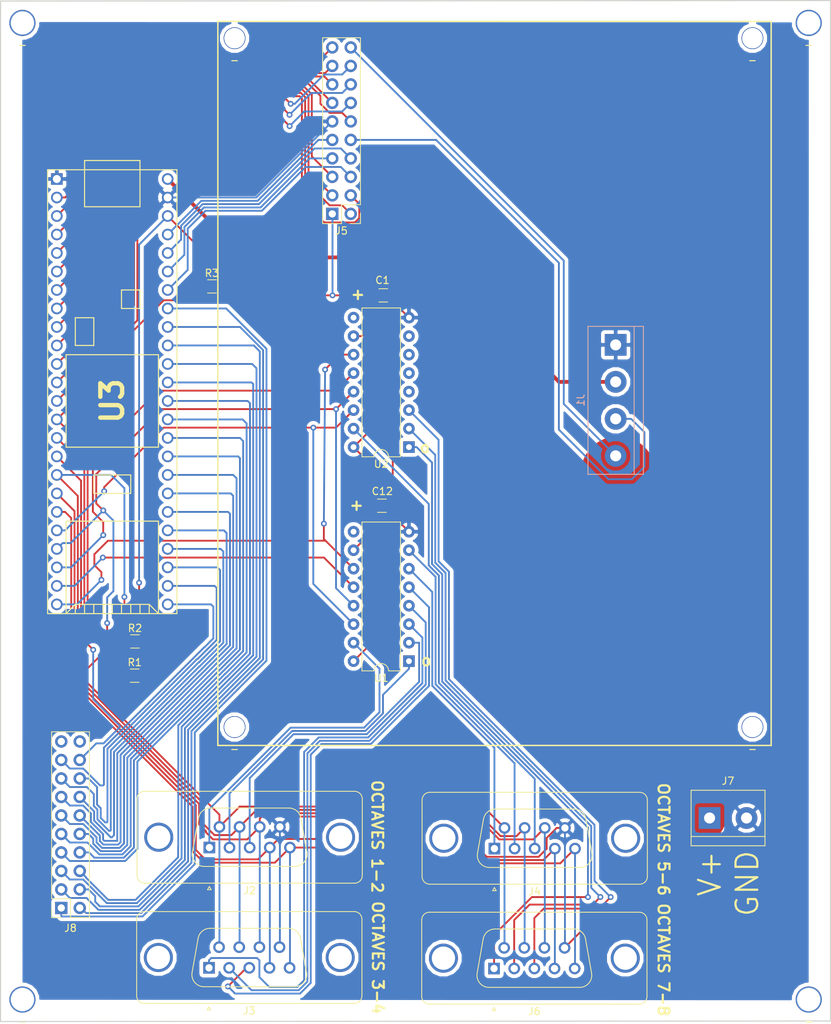
<source format=kicad_pcb>
(kicad_pcb (version 20171130) (host pcbnew "(5.0.0)")
  (layers (0 F.Cu signal) (31 B.Cu signal) (34 B.Paste user) (35 F.Paste user) (36 B.SilkS user) (37 F.SilkS user) (38 B.Mask user) (39 F.Mask user) (44 Edge.Cuts user))
  (net 0 "")
  (net 1 /GND)
  (net 2 "Net-(J2-Pad1)")
  (net 3 "Net-(J2-Pad2)")
  (net 4 "Net-(J2-Pad3)")
  (net 5 "Net-(U2-Pad9)")
  (net 6 SRSEL_CLK)
  (net 7 SRSEL_DATA)
  (net 8 "Net-(J3-Pad1)")
  (net 9 "Net-(J3-Pad2)")
  (net 10 "Net-(J3-Pad3)")
  (net 11 "Net-(J4-Pad1)")
  (net 12 "Net-(J4-Pad2)")
  (net 13 "Net-(J4-Pad3)")
  (net 14 /+3V3)
  (net 15 Gate_A)
  (net 16 Gate_B)
  (net 17 Gate_C)
  (net 18 Gate_D)
  (net 19 PITCH_A)
  (net 20 PITCH_B)
  (net 21 PITCH_C)
  (net 22 PITCH_D)
  (net 23 SDA_Display)
  (net 24 SCL_Display)
  (net 25 Midi_loop)
  (net 26 Midi_Stop)
  (net 27 Midi_Play_Pause)
  (net 28 Enc_SW)
  (net 29 Enc_B)
  (net 30 Enc_A)
  (net 31 "Net-(U2-Pad5)")
  (net 32 "Net-(U2-Pad4)")
  (net 33 /+5V)
  (net 34 /+12V)
  (net 35 /-12V)
  (net 36 nENBL)
  (net 37 RESET)
  (net 38 FAULT)
  (net 39 SER_DATA)
  (net 40 SER_CLK)
  (net 41 "Net-(J6-Pad1)")
  (net 42 "Net-(J6-Pad2)")
  (net 43 "Net-(J6-Pad3)")
  (net 44 SRSEL_ENABLE)
  (net 45 SRSEL_LATCH_B)
  (net 46 "Net-(U2-Pad7)")
  (net 47 "Net-(U2-Pad6)")
  (net 48 "Net-(U1-Pad9)")
  (net 49 SRSEL_LATCH_A)
  (net 50 "Net-(J8-Pad1)")
  (net 51 "Net-(J8-Pad2)")
  (net 52 "Net-(J8-Pad3)")
  (net 53 "Net-(J8-Pad4)")
  (net 54 "Net-(J8-Pad5)")
  (net 55 "Net-(J8-Pad6)")
  (net 56 "Net-(J8-Pad7)")
  (net 57 "Net-(J8-Pad8)")
  (net 58 "Net-(J8-Pad9)")
  (net 59 "Net-(J8-Pad10)")
  (net 60 "Net-(J8-Pad11)")
  (net 61 "Net-(J8-Pad12)")
  (net 62 "Net-(J8-Pad13)")
  (net 63 "Net-(J8-Pad14)")
  (net 64 "Net-(J8-Pad15)")
  (net 65 "Net-(J8-Pad16)")
  (net 66 "Net-(J8-Pad17)")
  (net 67 xtra_3V3)
  (net 68 "Net-(J8-Pad19)")
  (net 69 "Net-(J8-Pad20)")
  (module teensy:PP_Screw (layer F.Cu) (at 276.6 209.04)
    (fp_text reference _ (at 0 2.54) (layer F.SilkS))
    (fp_text value PP_Screw)
    (pad 1 thru_hole circle (at 0 0) (size 3.6 3.6) (drill 3.2) (layers *.Cu *.Mask))
  )
  (module teensy:PP_Screw (layer F.Cu) (at 168.5 209.04)
    (fp_text reference _ (at 0 2.54) (layer F.SilkS))
    (fp_text value PP_Screw)
    (pad 1 thru_hole circle (at 0 0) (size 3.6 3.6) (drill 3.2) (layers *.Cu *.Mask))
  )
  (module teensy:PP_Screw (layer F.Cu) (at 276.6 74.91)
    (fp_text reference _ (at 0 2.54) (layer F.SilkS))
    (fp_text value PP_Screw)
    (pad 1 thru_hole circle (at 0 0) (size 3.6 3.6) (drill 3.2) (layers *.Cu *.Mask))
  )
  (module teensy:PP_Screw (layer F.Cu) (at 168.5 74.91)
    (fp_text reference _ (at 0 2.54) (layer F.SilkS))
    (fp_text value PP_Screw)
    (pad 1 thru_hole circle (at 0 0) (size 3.6 3.6) (drill 3.2) (layers *.Cu *.Mask))
  )
  (module teensy:PP_Screw (layer F.Cu) (at 197.662947 77.014749)
    (fp_text reference _ (at 0 2.54) (layer F.SilkS))
    (fp_text value PP_Screw)
    (pad 1 thru_hole circle (at 0 0) (size 3 3) (drill 2.8) (layers *.Cu *.Mask))
  )
  (module teensy:PP_Screw (layer F.Cu) (at 268.862947 77.014749)
    (fp_text reference _ (at 0 2.54) (layer F.SilkS))
    (fp_text value PP_Screw)
    (pad 1 thru_hole circle (at 0 0) (size 3 3) (drill 2.8) (layers *.Cu *.Mask))
  )
  (module teensy:PP_Screw (layer F.Cu) (at 268.862947 171.614749)
    (fp_text reference _ (at 0 2.54) (layer F.SilkS))
    (fp_text value PP_Screw)
    (pad 1 thru_hole circle (at 0 0) (size 3 3) (drill 2.8) (layers *.Cu *.Mask))
  )
  (module Connector_PinHeader_2.54mm:PinHeader_2x10_P2.54mm_Vertical (layer F.Cu) (at 213.637947 101.139749 180)
    (fp_text reference J5 (at 1.27 -2.33 180) (layer F.SilkS))
    (fp_text value Conn_02x10_Counter_Clockwise)
    (pad 1 thru_hole rect (at 2.54 0 180) (size 1.7 1.7) (drill 1) (layers *.Cu *.Mask) (net 14 /+3V3))
    (pad 2 thru_hole oval (at 0 0 180) (size 1.7 1.7) (drill 1) (layers *.Cu *.Mask) (net 15 Gate_A))
    (pad 3 thru_hole oval (at 2.54 2.54 180) (size 1.7 1.7) (drill 1) (layers *.Cu *.Mask) (net 16 Gate_B))
    (pad 4 thru_hole oval (at 0 2.54 180) (size 1.7 1.7) (drill 1) (layers *.Cu *.Mask) (net 17 Gate_C))
    (pad 5 thru_hole oval (at 2.54 5.08 180) (size 1.7 1.7) (drill 1) (layers *.Cu *.Mask) (net 18 Gate_D))
    (pad 6 thru_hole oval (at 0 5.08 180) (size 1.7 1.7) (drill 1) (layers *.Cu *.Mask) (net 19 PITCH_A))
    (pad 7 thru_hole oval (at 2.54 7.62 180) (size 1.7 1.7) (drill 1) (layers *.Cu *.Mask) (net 20 PITCH_B))
    (pad 8 thru_hole oval (at 0 7.62 180) (size 1.7 1.7) (drill 1) (layers *.Cu *.Mask) (net 21 PITCH_C))
    (pad 9 thru_hole oval (at 2.54 10.16 180) (size 1.7 1.7) (drill 1) (layers *.Cu *.Mask) (net 22 PITCH_D))
    (pad 10 thru_hole oval (at 0 10.16 180) (size 1.7 1.7) (drill 1) (layers *.Cu *.Mask) (net 35 /-12V))
    (pad 11 thru_hole oval (at 2.54 12.7 180) (size 1.7 1.7) (drill 1) (layers *.Cu *.Mask) (net 1 /GND))
    (pad 12 thru_hole oval (at 0 12.7 180) (size 1.7 1.7) (drill 1) (layers *.Cu *.Mask) (net 23 SDA_Display))
    (pad 13 thru_hole oval (at 2.54 15.24 180) (size 1.7 1.7) (drill 1) (layers *.Cu *.Mask) (net 24 SCL_Display))
    (pad 14 thru_hole oval (at 0 15.24 180) (size 1.7 1.7) (drill 1) (layers *.Cu *.Mask) (net 25 Midi_loop))
    (pad 15 thru_hole oval (at 2.54 17.78 180) (size 1.7 1.7) (drill 1) (layers *.Cu *.Mask) (net 26 Midi_Stop))
    (pad 16 thru_hole oval (at 0 17.78 180) (size 1.7 1.7) (drill 1) (layers *.Cu *.Mask) (net 27 Midi_Play_Pause))
    (pad 17 thru_hole oval (at 2.54 20.32 180) (size 1.7 1.7) (drill 1) (layers *.Cu *.Mask) (net 28 Enc_SW))
    (pad 18 thru_hole oval (at 0 20.32 180) (size 1.7 1.7) (drill 1) (layers *.Cu *.Mask) (net 29 Enc_B))
    (pad 19 thru_hole oval (at 2.54 22.86 180) (size 1.7 1.7) (drill 1) (layers *.Cu *.Mask) (net 30 Enc_A))
    (pad 20 thru_hole oval (at 0 22.86 180) (size 1.7 1.7) (drill 1) (layers *.Cu *.Mask) (net 34 /+12V))
  )
  (module teensy:Teensy35_36 (layer F.Cu) (at 180.85 125.56 270)
    (fp_text reference U3 (at 1.27 0 90) (layer F.SilkS) (effects (font (size 3 3) (thickness 0.6))))
    (fp_text value Teensy3.6)
    (pad 53 thru_hole circle (at -29.21 -7.62 270) (size 1.6 1.6) (drill 1.1) (layers *.Cu *.Mask) (net 33 /+5V))
    (pad 52 thru_hole circle (at -26.67 -7.62 270) (size 1.6 1.6) (drill 1.1) (layers *.Cu *.Mask) (net 1 /GND))
    (pad 51 thru_hole circle (at -24.13 -7.62 270) (size 1.6 1.6) (drill 1.1) (layers *.Cu *.Mask) (net 14 /+3V3))
    (pad 50 thru_hole circle (at -21.59 -7.62 270) (size 1.6 1.6) (drill 1.1) (layers *.Cu *.Mask) (net 22 PITCH_D))
    (pad 49 thru_hole circle (at -19.05 -7.62 270) (size 1.6 1.6) (drill 1.1) (layers *.Cu *.Mask) (net 21 PITCH_C))
    (pad 48 thru_hole circle (at -16.51 -7.62 270) (size 1.6 1.6) (drill 1.1) (layers *.Cu *.Mask) (net 20 PITCH_B))
    (pad 47 thru_hole circle (at -13.97 -7.62 270) (size 1.6 1.6) (drill 1.1) (layers *.Cu *.Mask) (net 19 PITCH_A))
    (pad 46 thru_hole circle (at -11.43 -7.62 270) (size 1.6 1.6) (drill 1.1) (layers *.Cu *.Mask) (net 50 "Net-(J8-Pad1)"))
    (pad 45 thru_hole circle (at -8.89 -7.62 270) (size 1.6 1.6) (drill 1.1) (layers *.Cu *.Mask) (net 51 "Net-(J8-Pad2)"))
    (pad 44 thru_hole circle (at -6.35 -7.62 270) (size 1.6 1.6) (drill 1.1) (layers *.Cu *.Mask) (net 52 "Net-(J8-Pad3)"))
    (pad 43 thru_hole circle (at -3.81 -7.62 270) (size 1.6 1.6) (drill 1.1) (layers *.Cu *.Mask) (net 53 "Net-(J8-Pad4)"))
    (pad 42 thru_hole circle (at -1.27 -7.62 270) (size 1.6 1.6) (drill 1.1) (layers *.Cu *.Mask) (net 54 "Net-(J8-Pad5)"))
    (pad 41 thru_hole circle (at 1.27 -7.62 270) (size 1.6 1.6) (drill 1.1) (layers *.Cu *.Mask) (net 55 "Net-(J8-Pad6)"))
    (pad 40 thru_hole circle (at 3.81 -7.62 270) (size 1.6 1.6) (drill 1.1) (layers *.Cu *.Mask) (net 56 "Net-(J8-Pad7)"))
    (pad 39 thru_hole circle (at 6.35 -7.62 270) (size 1.6 1.6) (drill 1.1) (layers *.Cu *.Mask) (net 57 "Net-(J8-Pad8)"))
    (pad 38 thru_hole circle (at 8.89 -7.62 270) (size 1.6 1.6) (drill 1.1) (layers *.Cu *.Mask) (net 58 "Net-(J8-Pad9)"))
    (pad 1 thru_hole rect (at -29.21 7.62 270) (size 1.6 1.6) (drill 1.1) (layers *.Cu *.Mask) (net 1 /GND))
    (pad 2 thru_hole circle (at -26.67 7.62 270) (size 1.6 1.6) (drill 1.1) (layers *.Cu *.Mask) (net 30 Enc_A))
    (pad 3 thru_hole circle (at -24.13 7.62 270) (size 1.6 1.6) (drill 1.1) (layers *.Cu *.Mask) (net 28 Enc_SW))
    (pad 4 thru_hole circle (at -21.59 7.62 270) (size 1.6 1.6) (drill 1.1) (layers *.Cu *.Mask) (net 26 Midi_Stop))
    (pad 5 thru_hole circle (at -19.05 7.62 270) (size 1.6 1.6) (drill 1.1) (layers *.Cu *.Mask) (net 24 SCL_Display))
    (pad 6 thru_hole circle (at -16.51 7.62 270) (size 1.6 1.6) (drill 1.1) (layers *.Cu *.Mask) (net 23 SDA_Display))
    (pad 7 thru_hole circle (at -13.97 7.62 270) (size 1.6 1.6) (drill 1.1) (layers *.Cu *.Mask) (net 18 Gate_D))
    (pad 8 thru_hole circle (at -11.43 7.62 270) (size 1.6 1.6) (drill 1.1) (layers *.Cu *.Mask) (net 16 Gate_B))
    (pad 9 thru_hole circle (at -8.89 7.62 270) (size 1.6 1.6) (drill 1.1) (layers *.Cu *.Mask) (net 15 Gate_A))
    (pad 10 thru_hole circle (at -6.35 7.62 270) (size 1.6 1.6) (drill 1.1) (layers *.Cu *.Mask) (net 17 Gate_C))
    (pad 11 thru_hole circle (at -3.81 7.62 270) (size 1.6 1.6) (drill 1.1) (layers *.Cu *.Mask) (net 29 Enc_B))
    (pad 12 thru_hole circle (at -1.27 7.62 270) (size 1.6 1.6) (drill 1.1) (layers *.Cu *.Mask) (net 27 Midi_Play_Pause))
    (pad 13 thru_hole circle (at 1.27 7.62 270) (size 1.6 1.6) (drill 1.1) (layers *.Cu *.Mask) (net 25 Midi_loop))
    (pad 37 thru_hole circle (at 11.43 -7.62 270) (size 1.6 1.6) (drill 1.1) (layers *.Cu *.Mask) (net 59 "Net-(J8-Pad10)"))
    (pad 36 thru_hole circle (at 13.97 -7.62 270) (size 1.6 1.6) (drill 1.1) (layers *.Cu *.Mask) (net 60 "Net-(J8-Pad11)"))
    (pad 35 thru_hole circle (at 16.51 -7.62 270) (size 1.6 1.6) (drill 1.1) (layers *.Cu *.Mask) (net 61 "Net-(J8-Pad12)"))
    (pad 34 thru_hole circle (at 19.05 -7.62 270) (size 1.6 1.6) (drill 1.1) (layers *.Cu *.Mask) (net 62 "Net-(J8-Pad13)"))
    (pad 33 thru_hole circle (at 21.59 -7.62 270) (size 1.6 1.6) (drill 1.1) (layers *.Cu *.Mask) (net 63 "Net-(J8-Pad14)"))
    (pad 32 thru_hole circle (at 24.13 -7.62 270) (size 1.6 1.6) (drill 1.1) (layers *.Cu *.Mask) (net 64 "Net-(J8-Pad15)"))
    (pad 31 thru_hole circle (at 26.67 -7.62 270) (size 1.6 1.6) (drill 1.1) (layers *.Cu *.Mask) (net 65 "Net-(J8-Pad16)"))
    (pad 30 thru_hole circle (at 29.21 -7.62 270) (size 1.6 1.6) (drill 1.1) (layers *.Cu *.Mask) (net 66 "Net-(J8-Pad17)"))
    (pad 24 thru_hole circle (at 29.21 7.62 270) (size 1.6 1.6) (drill 1.1) (layers *.Cu *.Mask) (net 6 SRSEL_CLK))
    (pad 23 thru_hole circle (at 26.67 7.62 270) (size 1.6 1.6) (drill 1.1) (layers *.Cu *.Mask) (net 49 SRSEL_LATCH_A))
    (pad 22 thru_hole circle (at 24.13 7.62 270) (size 1.6 1.6) (drill 1.1) (layers *.Cu *.Mask) (net 45 SRSEL_LATCH_B))
    (pad 21 thru_hole circle (at 21.59 7.62 270) (size 1.6 1.6) (drill 1.1) (layers *.Cu *.Mask) (net 44 SRSEL_ENABLE))
    (pad 14 thru_hole circle (at 3.81 7.62 270) (size 1.6 1.6) (drill 1.1) (layers *.Cu *.Mask) (net 38 FAULT))
    (pad 15 thru_hole circle (at 6.35 7.62 270) (size 1.6 1.6) (drill 1.1) (layers *.Cu *.Mask) (net 67 xtra_3V3))
    (pad 16 thru_hole circle (at 8.89 7.62 270) (size 1.6 1.6) (drill 1.1) (layers *.Cu *.Mask) (net 37 RESET))
    (pad 20 thru_hole circle (at 19.05 7.62 270) (size 1.6 1.6) (drill 1.1) (layers *.Cu *.Mask) (net 7 SRSEL_DATA))
    (pad 19 thru_hole circle (at 16.51 7.62 270) (size 1.6 1.6) (drill 1.1) (layers *.Cu *.Mask) (net 39 SER_DATA))
    (pad 18 thru_hole circle (at 13.97 7.62 270) (size 1.6 1.6) (drill 1.1) (layers *.Cu *.Mask) (net 40 SER_CLK))
    (pad 17 thru_hole circle (at 11.43 7.62 270) (size 1.6 1.6) (drill 1.1) (layers *.Cu *.Mask) (net 36 nENBL))
  )
  (module Capacitor_SMD:C_1206_3216Metric_Pad1.42x1.75mm_HandSolder (layer F.Cu) (at 218.1 112.33)
    (fp_text reference C1 (at -0.1 -2.08) (layer F.SilkS))
    (fp_text value CP1)
    (pad 1 smd roundrect (at -1.4875 0) (size 1.425 1.75) (layers F.Cu F.Paste F.Mask) (roundrect_rratio 0.175439) (net 14 /+3V3))
    (pad 2 smd roundrect (at 1.4875 0) (size 1.425 1.75) (layers F.Cu F.Paste F.Mask) (roundrect_rratio 0.175439) (net 1 /GND))
  )
  (module Capacitor_SMD:C_1206_3216Metric_Pad1.42x1.75mm_HandSolder (layer F.Cu) (at 217.92 141.22)
    (fp_text reference C12 (at 0.06 -1.98) (layer F.SilkS))
    (fp_text value 100n)
    (pad 2 smd roundrect (at 1.4875 0) (size 1.425 1.75) (layers F.Cu F.Paste F.Mask) (roundrect_rratio 0.175439) (net 1 /GND))
    (pad 1 smd roundrect (at -1.4875 0) (size 1.425 1.75) (layers F.Cu F.Paste F.Mask) (roundrect_rratio 0.175439) (net 14 /+3V3))
  )
  (module Resistor_SMD:R_1206_3216Metric_Pad1.42x1.75mm_HandSolder (layer F.Cu) (at 183.94 164.56)
    (fp_text reference R1 (at 0 -1.82) (layer F.SilkS))
    (fp_text value 47k)
    (pad 2 smd roundrect (at 1.4875 0) (size 1.425 1.75) (layers F.Cu F.Paste F.Mask) (roundrect_rratio 0.175439) (net 14 /+3V3))
    (pad 1 smd roundrect (at -1.4875 0) (size 1.425 1.75) (layers F.Cu F.Paste F.Mask) (roundrect_rratio 0.175439) (net 44 SRSEL_ENABLE))
  )
  (module Resistor_SMD:R_1206_3216Metric_Pad1.42x1.75mm_HandSolder (layer F.Cu) (at 183.98 159.86)
    (fp_text reference R2 (at 0 -1.82) (layer F.SilkS))
    (fp_text value 47k)
    (pad 1 smd roundrect (at -1.4875 0) (size 1.425 1.75) (layers F.Cu F.Paste F.Mask) (roundrect_rratio 0.175439) (net 36 nENBL))
    (pad 2 smd roundrect (at 1.4875 0) (size 1.425 1.75) (layers F.Cu F.Paste F.Mask) (roundrect_rratio 0.175439) (net 14 /+3V3))
  )
  (module Connector_Dsub:DSUB-9_Female_Vertical_P2.77x2.84mm_MountingHoles (layer F.Cu) (at 233.34 204.78 180)
    (fp_text reference J6 (at -5.54 -5.89 180) (layer F.SilkS))
    (fp_text value Conn_01x09)
    (pad 1 thru_hole rect (at 0 0 180) (size 1.6 1.6) (drill 1) (layers *.Cu *.Mask) (net 41 "Net-(J6-Pad1)"))
    (pad 2 thru_hole circle (at -2.77 0 180) (size 1.6 1.6) (drill 1) (layers *.Cu *.Mask) (net 42 "Net-(J6-Pad2)"))
    (pad 3 thru_hole circle (at -5.54 0 180) (size 1.6 1.6) (drill 1) (layers *.Cu *.Mask) (net 43 "Net-(J6-Pad3)"))
    (pad 4 thru_hole circle (at -8.31 0 180) (size 1.6 1.6) (drill 1) (layers *.Cu *.Mask) (net 40 SER_CLK))
    (pad 5 thru_hole circle (at -11.08 0 180) (size 1.6 1.6) (drill 1) (layers *.Cu *.Mask) (net 39 SER_DATA))
    (pad 6 thru_hole circle (at -1.385 2.84 180) (size 1.6 1.6) (drill 1) (layers *.Cu *.Mask) (net 38 FAULT))
    (pad 7 thru_hole circle (at -4.155 2.84 180) (size 1.6 1.6) (drill 1) (layers *.Cu *.Mask) (net 37 RESET))
    (pad 8 thru_hole circle (at -6.925 2.84 180) (size 1.6 1.6) (drill 1) (layers *.Cu *.Mask) (net 36 nENBL))
    (pad 9 thru_hole circle (at -9.695 2.84 180) (size 1.6 1.6) (drill 1) (layers *.Cu *.Mask) (net 1 /GND))
    (pad 0 thru_hole circle (at -18.04 1.42 180) (size 4 4) (drill 3.2) (layers *.Cu *.Mask))
    (pad 0 thru_hole circle (at 6.96 1.42 180) (size 4 4) (drill 3.2) (layers *.Cu *.Mask))
  )
  (module Resistor_SMD:R_1206_3216Metric_Pad1.42x1.75mm_HandSolder (layer F.Cu) (at 194.55 111.1)
    (fp_text reference R3 (at 0 -1.82) (layer F.SilkS))
    (fp_text value 47k)
    (pad 1 smd roundrect (at -1.4875 0) (size 1.425 1.75) (layers F.Cu F.Paste F.Mask) (roundrect_rratio 0.175439) (net 38 FAULT))
    (pad 2 smd roundrect (at 1.4875 0) (size 1.425 1.75) (layers F.Cu F.Paste F.Mask) (roundrect_rratio 0.175439) (net 14 /+3V3))
  )
  (module Connector_Dsub:DSUB-9_Female_Vertical_P2.77x2.84mm_MountingHoles (layer F.Cu) (at 194.2 188.17 180)
    (fp_text reference J2 (at -5.54 -5.89 180) (layer F.SilkS))
    (fp_text value Conn_01x09)
    (pad 1 thru_hole rect (at 0 0 180) (size 1.6 1.6) (drill 1) (layers *.Cu *.Mask) (net 2 "Net-(J2-Pad1)"))
    (pad 2 thru_hole circle (at -2.77 0 180) (size 1.6 1.6) (drill 1) (layers *.Cu *.Mask) (net 3 "Net-(J2-Pad2)"))
    (pad 3 thru_hole circle (at -5.54 0 180) (size 1.6 1.6) (drill 1) (layers *.Cu *.Mask) (net 4 "Net-(J2-Pad3)"))
    (pad 4 thru_hole circle (at -8.31 0 180) (size 1.6 1.6) (drill 1) (layers *.Cu *.Mask) (net 40 SER_CLK))
    (pad 5 thru_hole circle (at -11.08 0 180) (size 1.6 1.6) (drill 1) (layers *.Cu *.Mask) (net 39 SER_DATA))
    (pad 6 thru_hole circle (at -1.385 2.84 180) (size 1.6 1.6) (drill 1) (layers *.Cu *.Mask) (net 38 FAULT))
    (pad 7 thru_hole circle (at -4.155 2.84 180) (size 1.6 1.6) (drill 1) (layers *.Cu *.Mask) (net 37 RESET))
    (pad 8 thru_hole circle (at -6.925 2.84 180) (size 1.6 1.6) (drill 1) (layers *.Cu *.Mask) (net 36 nENBL))
    (pad 9 thru_hole circle (at -9.695 2.84 180) (size 1.6 1.6) (drill 1) (layers *.Cu *.Mask) (net 1 /GND))
    (pad 0 thru_hole circle (at -18.04 1.42 180) (size 4 4) (drill 3.2) (layers *.Cu *.Mask))
    (pad 0 thru_hole circle (at 6.96 1.42 180) (size 4 4) (drill 3.2) (layers *.Cu *.Mask))
  )
  (module Connector_Dsub:DSUB-9_Female_Vertical_P2.77x2.84mm_MountingHoles (layer F.Cu) (at 194.15 204.69 180)
    (fp_text reference J3 (at -5.54 -5.89 180) (layer F.SilkS))
    (fp_text value Conn_01x09)
    (pad 0 thru_hole circle (at 6.96 1.42 180) (size 4 4) (drill 3.2) (layers *.Cu *.Mask))
    (pad 0 thru_hole circle (at -18.04 1.42 180) (size 4 4) (drill 3.2) (layers *.Cu *.Mask))
    (pad 9 thru_hole circle (at -9.695 2.84 180) (size 1.6 1.6) (drill 1) (layers *.Cu *.Mask) (net 1 /GND))
    (pad 8 thru_hole circle (at -6.925 2.84 180) (size 1.6 1.6) (drill 1) (layers *.Cu *.Mask) (net 36 nENBL))
    (pad 7 thru_hole circle (at -4.155 2.84 180) (size 1.6 1.6) (drill 1) (layers *.Cu *.Mask) (net 37 RESET))
    (pad 6 thru_hole circle (at -1.385 2.84 180) (size 1.6 1.6) (drill 1) (layers *.Cu *.Mask) (net 38 FAULT))
    (pad 5 thru_hole circle (at -11.08 0 180) (size 1.6 1.6) (drill 1) (layers *.Cu *.Mask) (net 39 SER_DATA))
    (pad 4 thru_hole circle (at -8.31 0 180) (size 1.6 1.6) (drill 1) (layers *.Cu *.Mask) (net 40 SER_CLK))
    (pad 3 thru_hole circle (at -5.54 0 180) (size 1.6 1.6) (drill 1) (layers *.Cu *.Mask) (net 10 "Net-(J3-Pad3)"))
    (pad 2 thru_hole circle (at -2.77 0 180) (size 1.6 1.6) (drill 1) (layers *.Cu *.Mask) (net 9 "Net-(J3-Pad2)"))
    (pad 1 thru_hole rect (at 0 0 180) (size 1.6 1.6) (drill 1) (layers *.Cu *.Mask) (net 8 "Net-(J3-Pad1)"))
  )
  (module Connector_Dsub:DSUB-9_Female_Vertical_P2.77x2.84mm_MountingHoles (layer F.Cu) (at 233.39 188.31 180)
    (fp_text reference J4 (at -5.54 -5.89 180) (layer F.SilkS))
    (fp_text value Conn_01x09)
    (pad 1 thru_hole rect (at 0 0 180) (size 1.6 1.6) (drill 1) (layers *.Cu *.Mask) (net 11 "Net-(J4-Pad1)"))
    (pad 2 thru_hole circle (at -2.77 0 180) (size 1.6 1.6) (drill 1) (layers *.Cu *.Mask) (net 12 "Net-(J4-Pad2)"))
    (pad 3 thru_hole circle (at -5.54 0 180) (size 1.6 1.6) (drill 1) (layers *.Cu *.Mask) (net 13 "Net-(J4-Pad3)"))
    (pad 4 thru_hole circle (at -8.31 0 180) (size 1.6 1.6) (drill 1) (layers *.Cu *.Mask) (net 40 SER_CLK))
    (pad 5 thru_hole circle (at -11.08 0 180) (size 1.6 1.6) (drill 1) (layers *.Cu *.Mask) (net 39 SER_DATA))
    (pad 6 thru_hole circle (at -1.385 2.84 180) (size 1.6 1.6) (drill 1) (layers *.Cu *.Mask) (net 38 FAULT))
    (pad 7 thru_hole circle (at -4.155 2.84 180) (size 1.6 1.6) (drill 1) (layers *.Cu *.Mask) (net 37 RESET))
    (pad 8 thru_hole circle (at -6.925 2.84 180) (size 1.6 1.6) (drill 1) (layers *.Cu *.Mask) (net 36 nENBL))
    (pad 9 thru_hole circle (at -9.695 2.84 180) (size 1.6 1.6) (drill 1) (layers *.Cu *.Mask) (net 1 /GND))
    (pad 0 thru_hole circle (at -18.04 1.42 180) (size 4 4) (drill 3.2) (layers *.Cu *.Mask))
    (pad 0 thru_hole circle (at 6.96 1.42 180) (size 4 4) (drill 3.2) (layers *.Cu *.Mask))
  )
  (module Package_DIP:DIP-16_W7.62mm (layer F.Cu) (at 221.64 162.57 180)
    (fp_text reference U1 (at 3.81 -2.33 180) (layer F.SilkS))
    (fp_text value 74HC595)
    (pad 1 thru_hole rect (at 0 0 180) (size 1.6 1.6) (drill 0.8) (layers *.Cu *.Mask) (net 3 "Net-(J2-Pad2)"))
    (pad 9 thru_hole oval (at 7.62 17.78 180) (size 1.6 1.6) (drill 0.8) (layers *.Cu *.Mask) (net 48 "Net-(U1-Pad9)"))
    (pad 2 thru_hole oval (at 0 2.54 180) (size 1.6 1.6) (drill 0.8) (layers *.Cu *.Mask) (net 4 "Net-(J2-Pad3)"))
    (pad 10 thru_hole oval (at 7.62 15.24 180) (size 1.6 1.6) (drill 0.8) (layers *.Cu *.Mask) (net 14 /+3V3))
    (pad 3 thru_hole oval (at 0 5.08 180) (size 1.6 1.6) (drill 0.8) (layers *.Cu *.Mask) (net 8 "Net-(J3-Pad1)"))
    (pad 11 thru_hole oval (at 7.62 12.7 180) (size 1.6 1.6) (drill 0.8) (layers *.Cu *.Mask) (net 6 SRSEL_CLK))
    (pad 4 thru_hole oval (at 0 7.62 180) (size 1.6 1.6) (drill 0.8) (layers *.Cu *.Mask) (net 9 "Net-(J3-Pad2)"))
    (pad 12 thru_hole oval (at 7.62 10.16 180) (size 1.6 1.6) (drill 0.8) (layers *.Cu *.Mask) (net 49 SRSEL_LATCH_A))
    (pad 5 thru_hole oval (at 0 10.16 180) (size 1.6 1.6) (drill 0.8) (layers *.Cu *.Mask) (net 10 "Net-(J3-Pad3)"))
    (pad 13 thru_hole oval (at 7.62 7.62 180) (size 1.6 1.6) (drill 0.8) (layers *.Cu *.Mask) (net 44 SRSEL_ENABLE))
    (pad 6 thru_hole oval (at 0 12.7 180) (size 1.6 1.6) (drill 0.8) (layers *.Cu *.Mask) (net 11 "Net-(J4-Pad1)"))
    (pad 14 thru_hole oval (at 7.62 5.08 180) (size 1.6 1.6) (drill 0.8) (layers *.Cu *.Mask) (net 7 SRSEL_DATA))
    (pad 7 thru_hole oval (at 0 15.24 180) (size 1.6 1.6) (drill 0.8) (layers *.Cu *.Mask) (net 12 "Net-(J4-Pad2)"))
    (pad 15 thru_hole oval (at 7.62 2.54 180) (size 1.6 1.6) (drill 0.8) (layers *.Cu *.Mask) (net 2 "Net-(J2-Pad1)"))
    (pad 8 thru_hole oval (at 0 17.78 180) (size 1.6 1.6) (drill 0.8) (layers *.Cu *.Mask) (net 1 /GND))
    (pad 16 thru_hole oval (at 7.62 0 180) (size 1.6 1.6) (drill 0.8) (layers *.Cu *.Mask) (net 14 /+3V3))
  )
  (module Package_DIP:DIP-16_W7.62mm (layer F.Cu) (at 221.64 133.17 180)
    (fp_text reference U2 (at 3.81 -2.33 180) (layer F.SilkS))
    (fp_text value 74HC595)
    (pad 16 thru_hole oval (at 7.62 0 180) (size 1.6 1.6) (drill 0.8) (layers *.Cu *.Mask) (net 14 /+3V3))
    (pad 8 thru_hole oval (at 0 17.78 180) (size 1.6 1.6) (drill 0.8) (layers *.Cu *.Mask) (net 1 /GND))
    (pad 15 thru_hole oval (at 7.62 2.54 180) (size 1.6 1.6) (drill 0.8) (layers *.Cu *.Mask) (net 13 "Net-(J4-Pad3)"))
    (pad 7 thru_hole oval (at 0 15.24 180) (size 1.6 1.6) (drill 0.8) (layers *.Cu *.Mask) (net 46 "Net-(U2-Pad7)"))
    (pad 14 thru_hole oval (at 7.62 5.08 180) (size 1.6 1.6) (drill 0.8) (layers *.Cu *.Mask) (net 7 SRSEL_DATA))
    (pad 6 thru_hole oval (at 0 12.7 180) (size 1.6 1.6) (drill 0.8) (layers *.Cu *.Mask) (net 47 "Net-(U2-Pad6)"))
    (pad 13 thru_hole oval (at 7.62 7.62 180) (size 1.6 1.6) (drill 0.8) (layers *.Cu *.Mask) (net 44 SRSEL_ENABLE))
    (pad 5 thru_hole oval (at 0 10.16 180) (size 1.6 1.6) (drill 0.8) (layers *.Cu *.Mask) (net 31 "Net-(U2-Pad5)"))
    (pad 12 thru_hole oval (at 7.62 10.16 180) (size 1.6 1.6) (drill 0.8) (layers *.Cu *.Mask) (net 45 SRSEL_LATCH_B))
    (pad 4 thru_hole oval (at 0 7.62 180) (size 1.6 1.6) (drill 0.8) (layers *.Cu *.Mask) (net 32 "Net-(U2-Pad4)"))
    (pad 11 thru_hole oval (at 7.62 12.7 180) (size 1.6 1.6) (drill 0.8) (layers *.Cu *.Mask) (net 6 SRSEL_CLK))
    (pad 3 thru_hole oval (at 0 5.08 180) (size 1.6 1.6) (drill 0.8) (layers *.Cu *.Mask) (net 43 "Net-(J6-Pad3)"))
    (pad 10 thru_hole oval (at 7.62 15.24 180) (size 1.6 1.6) (drill 0.8) (layers *.Cu *.Mask) (net 14 /+3V3))
    (pad 2 thru_hole oval (at 0 2.54 180) (size 1.6 1.6) (drill 0.8) (layers *.Cu *.Mask) (net 42 "Net-(J6-Pad2)"))
    (pad 9 thru_hole oval (at 7.62 17.78 180) (size 1.6 1.6) (drill 0.8) (layers *.Cu *.Mask) (net 5 "Net-(U2-Pad9)"))
    (pad 1 thru_hole rect (at 0 0 180) (size 1.6 1.6) (drill 0.8) (layers *.Cu *.Mask) (net 41 "Net-(J6-Pad1)"))
  )
  (module TerminalBlock:TerminalBlock_bornier-4_P5.08mm (layer B.Cu) (at 250.06 119.13 270)
    (fp_text reference J1 (at 7.6 4.8 270) (layer B.SilkS) (effects (justify mirror)))
    (fp_text value Screw_Terminal_01x04)
    (pad 2 thru_hole circle (at 5.08 0 270) (size 3 3) (drill 1.52) (layers *.Cu *.Mask) (net 33 /+5V))
    (pad 3 thru_hole circle (at 10.16 0 270) (size 3 3) (drill 1.52) (layers *.Cu *.Mask) (net 35 /-12V))
    (pad 1 thru_hole rect (at 0 0 270) (size 3 3) (drill 1.52) (layers *.Cu *.Mask) (net 1 /GND))
    (pad 4 thru_hole circle (at 15.24 0 270) (size 3 3) (drill 1.52) (layers *.Cu *.Mask) (net 34 /+12V))
  )
  (module TerminalBlock:TerminalBlock_bornier-2_P5.08mm (layer F.Cu) (at 262.97 184.11)
    (fp_text reference J7 (at 2.54 -5.08) (layer F.SilkS))
    (fp_text value Screw_Terminal_01x02)
    (pad 1 thru_hole rect (at 0 0) (size 3 3) (drill 1.52) (layers *.Cu *.Mask) (net 34 /+12V))
    (pad 2 thru_hole circle (at 5.08 0) (size 3 3) (drill 1.52) (layers *.Cu *.Mask) (net 1 /GND))
  )
  (module teensy:PP_Screw (layer F.Cu) (at 197.662947 171.614749)
    (fp_text reference _ (at 0 2.54) (layer F.SilkS))
    (fp_text value PP_Screw)
    (pad 1 thru_hole circle (at 0 0) (size 3 3) (drill 2.8) (layers *.Cu *.Mask))
  )
  (module Connector_PinSocket_2.54mm:PinSocket_2x10_P2.54mm_Vertical (layer F.Cu) (at 173.84 196.46 180)
    (fp_text reference J8 (at -1.27 -2.77 180) (layer F.SilkS))
    (fp_text value Conn_02x10_Counter_Clockwise)
    (pad 1 thru_hole rect (at 0 0 180) (size 1.7 1.7) (drill 1) (layers *.Cu *.Mask) (net 50 "Net-(J8-Pad1)"))
    (pad 2 thru_hole oval (at -2.54 0 180) (size 1.7 1.7) (drill 1) (layers *.Cu *.Mask) (net 51 "Net-(J8-Pad2)"))
    (pad 3 thru_hole oval (at 0 2.54 180) (size 1.7 1.7) (drill 1) (layers *.Cu *.Mask) (net 52 "Net-(J8-Pad3)"))
    (pad 4 thru_hole oval (at -2.54 2.54 180) (size 1.7 1.7) (drill 1) (layers *.Cu *.Mask) (net 53 "Net-(J8-Pad4)"))
    (pad 5 thru_hole oval (at 0 5.08 180) (size 1.7 1.7) (drill 1) (layers *.Cu *.Mask) (net 54 "Net-(J8-Pad5)"))
    (pad 6 thru_hole oval (at -2.54 5.08 180) (size 1.7 1.7) (drill 1) (layers *.Cu *.Mask) (net 55 "Net-(J8-Pad6)"))
    (pad 7 thru_hole oval (at 0 7.62 180) (size 1.7 1.7) (drill 1) (layers *.Cu *.Mask) (net 56 "Net-(J8-Pad7)"))
    (pad 8 thru_hole oval (at -2.54 7.62 180) (size 1.7 1.7) (drill 1) (layers *.Cu *.Mask) (net 57 "Net-(J8-Pad8)"))
    (pad 9 thru_hole oval (at 0 10.16 180) (size 1.7 1.7) (drill 1) (layers *.Cu *.Mask) (net 58 "Net-(J8-Pad9)"))
    (pad 10 thru_hole oval (at -2.54 10.16 180) (size 1.7 1.7) (drill 1) (layers *.Cu *.Mask) (net 59 "Net-(J8-Pad10)"))
    (pad 11 thru_hole oval (at 0 12.7 180) (size 1.7 1.7) (drill 1) (layers *.Cu *.Mask) (net 60 "Net-(J8-Pad11)"))
    (pad 12 thru_hole oval (at -2.54 12.7 180) (size 1.7 1.7) (drill 1) (layers *.Cu *.Mask) (net 61 "Net-(J8-Pad12)"))
    (pad 13 thru_hole oval (at 0 15.24 180) (size 1.7 1.7) (drill 1) (layers *.Cu *.Mask) (net 62 "Net-(J8-Pad13)"))
    (pad 14 thru_hole oval (at -2.54 15.24 180) (size 1.7 1.7) (drill 1) (layers *.Cu *.Mask) (net 63 "Net-(J8-Pad14)"))
    (pad 15 thru_hole oval (at 0 17.78 180) (size 1.7 1.7) (drill 1) (layers *.Cu *.Mask) (net 64 "Net-(J8-Pad15)"))
    (pad 16 thru_hole oval (at -2.54 17.78 180) (size 1.7 1.7) (drill 1) (layers *.Cu *.Mask) (net 65 "Net-(J8-Pad16)"))
    (pad 17 thru_hole oval (at 0 20.32 180) (size 1.7 1.7) (drill 1) (layers *.Cu *.Mask) (net 66 "Net-(J8-Pad17)"))
    (pad 18 thru_hole oval (at -2.54 20.32 180) (size 1.7 1.7) (drill 1) (layers *.Cu *.Mask) (net 67 xtra_3V3))
    (pad 19 thru_hole oval (at 0 22.86 180) (size 1.7 1.7) (drill 1) (layers *.Cu *.Mask) (net 68 "Net-(J8-Pad19)"))
    (pad 20 thru_hole oval (at -2.54 22.86 180) (size 1.7 1.7) (drill 1) (layers *.Cu *.Mask) (net 69 "Net-(J8-Pad20)"))
  )
  (gr_line (start 165.49 212.06) (end 165.49 71.92) (layer Edge.Cuts) (width 0.15))
  (gr_line (start 165.49 71.91) (end 279.6 71.84) (layer Edge.Cuts) (width 0.15))
  (gr_line (start 279.6 211.99) (end 165.49 212.06) (layer Edge.Cuts) (width 0.15))
  (gr_line (start 279.6 71.84) (end 279.6 211.98) (layer Edge.Cuts) (width 0.15))
  (gr_text + (at 214.62 112.16) (layer F.SilkS) (effects (font (size 1.5 1.5) (thickness 0.3))))
  (gr_text + (at 214.44 141.12) (layer F.SilkS) (effects (font (size 1.5 1.5) (thickness 0.3))))
  (gr_text o (at 224.02 162.47) (layer F.SilkS) (effects (font (size 1.5 1.5) (thickness 0.3))))
  (gr_text o (at 223.83 133.21) (layer F.SilkS) (effects (font (size 1.5 1.5) (thickness 0.3))))
  (gr_text "OCTAVES 7-8" (at 256.64 203.58 270) (layer F.SilkS) (effects (font (size 1.5 1.5) (thickness 0.3))))
  (gr_text "OCTAVES 5-6" (at 256.64 187.05 270) (layer F.SilkS) (effects (font (size 1.5 1.5) (thickness 0.3))))
  (gr_text "OCTAVES 3-4" (at 217.36 203.29 270) (layer F.SilkS) (effects (font (size 1.5 1.5) (thickness 0.3))))
  (gr_text "OCTAVES 1-2" (at 217.28 186.66 270) (layer F.SilkS) (effects (font (size 1.5 1.5) (thickness 0.3))))
  (gr_text GND (at 268.16 193.1 90) (layer F.SilkS) (effects (font (size 3 3) (thickness 0.3))))
  (gr_text V+ (at 263 191.74 90) (layer F.SilkS) (effects (font (size 3 3) (thickness 0.3))))
  (gr_line (start 195.365 74.706) (end 195.365 174.147) (layer F.SilkS) (width 0.2))
  (gr_line (start 271.438 74.706) (end 271.438 174.147) (layer F.SilkS) (width 0.2))
  (gr_line (start 195.365 74.706) (end 271.438 74.706) (layer F.SilkS) (width 0.2))
  (gr_line (start 195.365 174.147) (end 271.438 174.147) (layer F.SilkS) (width 0.2))
  (segment (start 200.647696 98.89) (end 211.097947 88.439749) (width 0.25) (layer B.Cu) (net 1))
  (segment (start 188.47 98.89) (end 200.647696 98.89) (width 0.25) (layer B.Cu) (net 1))
  (segment (start 203.895 201.8) (end 203.845 201.85) (width 0.25) (layer B.Cu) (net 1))
  (segment (start 203.895 185.33) (end 203.895 201.8) (width 0.25) (layer B.Cu) (net 1))
  (segment (start 243.085 201.89) (end 243.035 201.94) (width 0.25) (layer B.Cu) (net 1))
  (segment (start 243.085 185.47) (end 243.085 201.89) (width 0.25) (layer B.Cu) (net 1))
  (segment (start 240.574999 186.848631) (end 241.95363 185.47) (width 0.25) (layer F.Cu) (net 1))
  (segment (start 240.574999 188.330003) (end 240.574999 186.848631) (width 0.25) (layer F.Cu) (net 1))
  (segment (start 205.31499 183.91001) (end 230.08001 183.91001) (width 0.25) (layer F.Cu) (net 1))
  (segment (start 203.895 185.33) (end 205.31499 183.91001) (width 0.25) (layer F.Cu) (net 1))
  (segment (start 230.08001 183.91001) (end 230.08001 187.185012) (width 0.25) (layer F.Cu) (net 1))
  (segment (start 230.08001 187.185012) (end 232.329999 189.435001) (width 0.25) (layer F.Cu) (net 1))
  (segment (start 232.329999 189.435001) (end 239.470001 189.435001) (width 0.25) (layer F.Cu) (net 1))
  (segment (start 241.95363 185.47) (end 243.085 185.47) (width 0.25) (layer F.Cu) (net 1))
  (segment (start 239.470001 189.435001) (end 240.574999 188.330003) (width 0.25) (layer F.Cu) (net 1))
  (segment (start 219.5875 113.3375) (end 219.5875 112.33) (width 0.25) (layer F.Cu) (net 1))
  (segment (start 221.64 115.39) (end 219.5875 113.3375) (width 0.25) (layer F.Cu) (net 1))
  (segment (start 219.4075 142.5575) (end 219.4075 141.22) (width 0.25) (layer F.Cu) (net 1))
  (segment (start 221.64 144.79) (end 219.4075 142.5575) (width 0.25) (layer F.Cu) (net 1))
  (segment (start 219.4075 112.51) (end 219.5875 112.33) (width 0.25) (layer F.Cu) (net 1))
  (segment (start 219.4075 141.22) (end 219.4075 112.51) (width 0.25) (layer F.Cu) (net 1))
  (segment (start 243.834999 201.140001) (end 243.035 201.94) (width 0.25) (layer F.Cu) (net 1))
  (segment (start 247.96499 197.01001) (end 243.834999 201.140001) (width 0.25) (layer F.Cu) (net 1))
  (segment (start 255.14999 197.01001) (end 247.96499 197.01001) (width 0.25) (layer F.Cu) (net 1))
  (segment (start 268.05 184.11) (end 255.14999 197.01001) (width 0.25) (layer F.Cu) (net 1))
  (segment (start 217.59 163.6) (end 217.59 169.58) (width 0.25) (layer B.Cu) (net 2))
  (segment (start 214.02 160.03) (end 217.59 163.6) (width 0.25) (layer B.Cu) (net 2))
  (segment (start 217.59 169.58) (end 215.47 171.7) (width 0.25) (layer B.Cu) (net 2))
  (segment (start 215.47 171.7) (end 205.37 171.7) (width 0.25) (layer B.Cu) (net 2))
  (segment (start 194.2 182.87) (end 194.2 188.17) (width 0.25) (layer B.Cu) (net 2))
  (segment (start 205.37 171.7) (end 194.2 182.87) (width 0.25) (layer B.Cu) (net 2))
  (segment (start 196.97 180.73641) (end 196.97 188.17) (width 0.25) (layer B.Cu) (net 3))
  (segment (start 203.41641 174.29) (end 196.97 180.73641) (width 0.25) (layer B.Cu) (net 3))
  (segment (start 203.45 174.29) (end 203.41641 174.29) (width 0.25) (layer B.Cu) (net 3))
  (segment (start 221.64 163.62) (end 218.07 167.19) (width 0.25) (layer B.Cu) (net 3))
  (segment (start 221.64 162.57) (end 221.64 163.62) (width 0.25) (layer B.Cu) (net 3))
  (segment (start 218.07 167.19) (end 218.07 169.73641) (width 0.25) (layer B.Cu) (net 3))
  (segment (start 218.07 169.73641) (end 215.6564 172.15001) (width 0.25) (layer B.Cu) (net 3))
  (segment (start 215.6564 172.15001) (end 205.58999 172.15001) (width 0.25) (layer B.Cu) (net 3))
  (segment (start 205.58999 172.15001) (end 203.45 174.29) (width 0.25) (layer B.Cu) (net 3))
  (segment (start 199.74 187.03863) (end 199.74 188.17) (width 0.25) (layer B.Cu) (net 4))
  (segment (start 223.04 160.03) (end 223.04 165.40282) (width 0.25) (layer B.Cu) (net 4))
  (segment (start 223.04 165.40282) (end 215.8428 172.60002) (width 0.25) (layer B.Cu) (net 4))
  (segment (start 221.64 160.03) (end 223.04 160.03) (width 0.25) (layer B.Cu) (net 4))
  (segment (start 215.8428 172.60002) (end 205.77639 172.60002) (width 0.25) (layer B.Cu) (net 4))
  (segment (start 205.77639 172.60002) (end 199.74 178.63641) (width 0.25) (layer B.Cu) (net 4))
  (segment (start 199.74 178.63641) (end 199.74 187.03863) (width 0.25) (layer B.Cu) (net 4))
  (segment (start 173.23 154.77) (end 176 154.77) (width 0.25) (layer B.Cu) (net 6))
  (segment (start 176 154.77) (end 179.36 151.41) (width 0.25) (layer B.Cu) (net 6))
  (segment (start 179.36 151.41) (end 179.55 151.22) (width 0.25) (layer B.Cu) (net 6))
  (via (at 179.36 151.41) (size 0.8) (drill 0.4) (layers F.Cu B.Cu) (net 6))
  (segment (start 213.220001 149.070001) (end 214.02 149.87) (width 0.25) (layer F.Cu) (net 6))
  (segment (start 179.36 151.41) (end 179.36 150.35) (width 0.25) (layer F.Cu) (net 6))
  (segment (start 178.39 149.38) (end 178.39 147.89) (width 0.25) (layer F.Cu) (net 6))
  (segment (start 178.39 147.89) (end 180.255001 146.024999) (width 0.25) (layer F.Cu) (net 6))
  (segment (start 180.255001 146.024999) (end 210.174999 146.024999) (width 0.25) (layer F.Cu) (net 6))
  (segment (start 179.36 150.35) (end 178.39 149.38) (width 0.25) (layer F.Cu) (net 6))
  (segment (start 210.174999 146.024999) (end 213.220001 149.070001) (width 0.25) (layer F.Cu) (net 6))
  (segment (start 214.02 120.47) (end 212.16 120.47) (width 0.25) (layer F.Cu) (net 6))
  (segment (start 212.16 120.47) (end 210.11 122.52) (width 0.25) (layer F.Cu) (net 6))
  (segment (start 210.11 122.52) (end 210.11 122.52) (width 0.25) (layer F.Cu) (net 6))
  (via (at 210.11 122.52) (size 0.8) (drill 0.4) (layers F.Cu B.Cu) (net 6))
  (segment (start 210.11 122.52) (end 209.94 143.68) (width 0.25) (layer B.Cu) (net 6))
  (segment (start 209.94 143.68) (end 210.11 143.51) (width 0.25) (layer B.Cu) (net 6))
  (via (at 209.94 143.68) (size 0.8) (drill 0.4) (layers F.Cu B.Cu) (net 6))
  (segment (start 209.94 145.79) (end 210.174999 146.024999) (width 0.25) (layer F.Cu) (net 6))
  (segment (start 209.94 143.68) (end 209.94 145.79) (width 0.25) (layer F.Cu) (net 6))
  (segment (start 174.36137 144.61) (end 179.74 139.23137) (width 0.25) (layer B.Cu) (net 7))
  (segment (start 173.23 144.61) (end 174.36137 144.61) (width 0.25) (layer B.Cu) (net 7))
  (segment (start 179.74 139.23137) (end 179.74 139.23137) (width 0.25) (layer B.Cu) (net 7))
  (via (at 179.74 139.23137) (size 0.8) (drill 0.4) (layers F.Cu B.Cu) (net 7))
  (segment (start 213.220001 128.889999) (end 214.02 128.09) (width 0.25) (layer F.Cu) (net 7))
  (segment (start 211.614999 130.495001) (end 213.220001 128.889999) (width 0.25) (layer F.Cu) (net 7))
  (segment (start 187.910684 130.495001) (end 208.49 130.495001) (width 0.25) (layer F.Cu) (net 7))
  (segment (start 179.74 138.665685) (end 187.910684 130.495001) (width 0.25) (layer F.Cu) (net 7))
  (segment (start 179.74 139.23137) (end 179.74 138.665685) (width 0.25) (layer F.Cu) (net 7))
  (segment (start 208.49 130.495001) (end 211.614999 130.495001) (width 0.25) (layer F.Cu) (net 7))
  (via (at 208.49 130.495001) (size 0.8) (drill 0.4) (layers F.Cu B.Cu) (net 7))
  (segment (start 208.49 151.96) (end 214.02 157.49) (width 0.25) (layer B.Cu) (net 7))
  (segment (start 208.49 130.495001) (end 208.49 151.96) (width 0.25) (layer B.Cu) (net 7))
  (segment (start 194.15 203.64) (end 194.15 204.69) (width 0.25) (layer B.Cu) (net 8))
  (segment (start 200.75 203.34) (end 194.45 203.34) (width 0.25) (layer B.Cu) (net 8))
  (segment (start 201.08 203.67) (end 200.75 203.34) (width 0.25) (layer B.Cu) (net 8))
  (segment (start 206.3 207.32) (end 202.43 207.32) (width 0.25) (layer B.Cu) (net 8))
  (segment (start 207.23 206.39) (end 206.3 207.32) (width 0.25) (layer B.Cu) (net 8))
  (segment (start 223.49001 159.34001) (end 223.490009 165.589221) (width 0.25) (layer B.Cu) (net 8))
  (segment (start 194.45 203.34) (end 194.15 203.64) (width 0.25) (layer B.Cu) (net 8))
  (segment (start 216.0292 173.05003) (end 209.21997 173.05003) (width 0.25) (layer B.Cu) (net 8))
  (segment (start 201.08 205.97) (end 201.08 203.67) (width 0.25) (layer B.Cu) (net 8))
  (segment (start 209.21997 173.05003) (end 207.23 175.04) (width 0.25) (layer B.Cu) (net 8))
  (segment (start 202.43 207.32) (end 201.08 205.97) (width 0.25) (layer B.Cu) (net 8))
  (segment (start 221.64 157.49) (end 223.49001 159.34001) (width 0.25) (layer B.Cu) (net 8))
  (segment (start 223.490009 165.589221) (end 216.0292 173.05003) (width 0.25) (layer B.Cu) (net 8))
  (segment (start 207.23 175.04) (end 207.23 206.39) (width 0.25) (layer B.Cu) (net 8))
  (segment (start 206.4864 207.77001) (end 200.00001 207.77001) (width 0.25) (layer B.Cu) (net 9))
  (segment (start 209.40637 173.50004) (end 207.68001 175.2264) (width 0.25) (layer B.Cu) (net 9))
  (segment (start 207.68001 175.2264) (end 207.680009 206.576401) (width 0.25) (layer B.Cu) (net 9))
  (segment (start 221.64 154.95) (end 223.940019 157.250019) (width 0.25) (layer B.Cu) (net 9))
  (segment (start 207.680009 206.576401) (end 206.4864 207.77001) (width 0.25) (layer B.Cu) (net 9))
  (segment (start 223.940019 165.789981) (end 222.9 166.83) (width 0.25) (layer B.Cu) (net 9))
  (segment (start 223.940019 157.250019) (end 223.940019 165.789981) (width 0.25) (layer B.Cu) (net 9))
  (segment (start 222.9 166.83) (end 222.88564 166.83) (width 0.25) (layer B.Cu) (net 9))
  (segment (start 222.88564 166.83) (end 216.2156 173.50004) (width 0.25) (layer B.Cu) (net 9))
  (segment (start 200.00001 207.77001) (end 196.92 204.69) (width 0.25) (layer B.Cu) (net 9))
  (segment (start 216.2156 173.50004) (end 209.40637 173.50004) (width 0.25) (layer B.Cu) (net 9))
  (segment (start 221.64 152.41) (end 224.4 155.17) (width 0.25) (layer B.Cu) (net 10))
  (segment (start 222.75641 167.61) (end 222.74205 167.61) (width 0.25) (layer B.Cu) (net 10))
  (segment (start 224.4 155.17) (end 224.4 165.96641) (width 0.25) (layer B.Cu) (net 10))
  (segment (start 224.4 165.96641) (end 222.75641 167.61) (width 0.25) (layer B.Cu) (net 10))
  (segment (start 222.74205 167.61) (end 216.402 173.95005) (width 0.25) (layer B.Cu) (net 10))
  (segment (start 216.402 173.95005) (end 209.59277 173.95005) (width 0.25) (layer B.Cu) (net 10))
  (segment (start 209.59277 173.95005) (end 208.130019 175.412801) (width 0.25) (layer B.Cu) (net 10))
  (segment (start 208.130019 175.412801) (end 208.130018 206.762802) (width 0.25) (layer B.Cu) (net 10))
  (segment (start 208.130018 206.762802) (end 206.6728 208.22002) (width 0.25) (layer B.Cu) (net 10))
  (segment (start 206.6728 208.22002) (end 197.73002 208.22002) (width 0.25) (layer B.Cu) (net 10))
  (segment (start 197.73002 208.22002) (end 196.75 207.24) (width 0.25) (layer B.Cu) (net 10))
  (segment (start 196.75 207.24) (end 196.75 207.24) (width 0.25) (layer B.Cu) (net 10))
  (via (at 196.75 207.24) (size 0.8) (drill 0.4) (layers F.Cu B.Cu) (net 10))
  (segment (start 199.3 204.69) (end 199.69 204.69) (width 0.25) (layer F.Cu) (net 10))
  (segment (start 196.75 207.24) (end 199.3 204.69) (width 0.25) (layer F.Cu) (net 10))
  (segment (start 233.39 174.49) (end 233.39 188.31) (width 0.25) (layer B.Cu) (net 11))
  (segment (start 224.85001 165.95001) (end 233.39 174.49) (width 0.25) (layer B.Cu) (net 11))
  (segment (start 221.64 149.87) (end 224.85001 153.08001) (width 0.25) (layer B.Cu) (net 11))
  (segment (start 224.85001 153.08001) (end 224.85001 165.95001) (width 0.25) (layer B.Cu) (net 11))
  (segment (start 236.16 176.6) (end 236.16 188.31) (width 0.25) (layer B.Cu) (net 12))
  (segment (start 225.30002 165.74002) (end 236.16 176.6) (width 0.25) (layer B.Cu) (net 12))
  (segment (start 221.64 147.33) (end 225.30002 150.99002) (width 0.25) (layer B.Cu) (net 12))
  (segment (start 225.30002 150.99002) (end 225.30002 165.74002) (width 0.25) (layer B.Cu) (net 12))
  (segment (start 224.36 149.41359) (end 225.75003 150.80362) (width 0.25) (layer B.Cu) (net 13))
  (segment (start 214.02 130.63) (end 224.36 140.97) (width 0.25) (layer B.Cu) (net 13))
  (segment (start 224.36 140.97) (end 224.36 149.41359) (width 0.25) (layer B.Cu) (net 13))
  (segment (start 225.75003 150.80362) (end 225.75003 165.55362) (width 0.25) (layer B.Cu) (net 13))
  (segment (start 238.93 178.73359) (end 238.93 188.31) (width 0.25) (layer B.Cu) (net 13))
  (segment (start 225.75003 165.55362) (end 238.93 178.73359) (width 0.25) (layer B.Cu) (net 13))
  (segment (start 196.0375 108.9975) (end 188.47 101.43) (width 0.25) (layer F.Cu) (net 14))
  (segment (start 196.0375 111.1) (end 196.0375 108.9975) (width 0.25) (layer F.Cu) (net 14))
  (segment (start 216.6125 113.305) (end 216.6125 112.33) (width 0.25) (layer F.Cu) (net 14))
  (segment (start 215.15137 117.93) (end 216.6125 116.46887) (width 0.25) (layer F.Cu) (net 14))
  (segment (start 214.02 117.93) (end 215.15137 117.93) (width 0.25) (layer F.Cu) (net 14))
  (segment (start 216.6125 130.5775) (end 216.6125 116.36) (width 0.25) (layer F.Cu) (net 14))
  (segment (start 214.02 133.17) (end 216.6125 130.5775) (width 0.25) (layer F.Cu) (net 14))
  (segment (start 216.6125 116.46887) (end 216.6125 116.36) (width 0.25) (layer F.Cu) (net 14))
  (segment (start 216.6125 116.36) (end 216.6125 113.305) (width 0.25) (layer F.Cu) (net 14))
  (segment (start 216.4325 144.9175) (end 216.4325 141.22) (width 0.25) (layer F.Cu) (net 14))
  (segment (start 214.02 147.33) (end 216.4325 144.9175) (width 0.25) (layer F.Cu) (net 14))
  (segment (start 216.62 145.105) (end 216.4325 144.9175) (width 0.25) (layer F.Cu) (net 14))
  (segment (start 216.62 159.97) (end 216.62 145.105) (width 0.25) (layer F.Cu) (net 14))
  (segment (start 214.02 162.57) (end 216.62 159.97) (width 0.25) (layer F.Cu) (net 14))
  (segment (start 185.4275 159.9) (end 185.4675 159.86) (width 0.25) (layer F.Cu) (net 14))
  (segment (start 185.4275 164.56) (end 185.4275 159.9) (width 0.25) (layer F.Cu) (net 14))
  (segment (start 185.4675 158.885) (end 184.54 157.9575) (width 0.25) (layer F.Cu) (net 14))
  (segment (start 185.4675 159.86) (end 185.4675 158.885) (width 0.25) (layer F.Cu) (net 14))
  (segment (start 184.54 157.9575) (end 184.54 151.8) (width 0.25) (layer F.Cu) (net 14))
  (segment (start 184.54 151.8) (end 184.54 151.8) (width 0.25) (layer F.Cu) (net 14))
  (via (at 184.54 151.8) (size 0.8) (drill 0.4) (layers F.Cu B.Cu) (net 14))
  (segment (start 184.54 105.36) (end 188.47 101.43) (width 0.25) (layer B.Cu) (net 14))
  (segment (start 184.54 151.8) (end 184.54 105.36) (width 0.25) (layer B.Cu) (net 14))
  (segment (start 197.2675 112.33) (end 196.0375 111.1) (width 0.25) (layer F.Cu) (net 14))
  (segment (start 216.6125 112.33) (end 211.13 112.33) (width 0.25) (layer F.Cu) (net 14))
  (segment (start 211.13 112.33) (end 197.2675 112.33) (width 0.25) (layer F.Cu) (net 14))
  (via (at 211.13 112.33) (size 0.8) (drill 0.4) (layers F.Cu B.Cu) (net 14))
  (segment (start 211.13 101.171802) (end 211.097947 101.139749) (width 0.25) (layer B.Cu) (net 14))
  (segment (start 211.13 112.33) (end 211.13 101.171802) (width 0.25) (layer B.Cu) (net 14))
  (segment (start 216.4325 135.5825) (end 214.02 133.17) (width 0.25) (layer F.Cu) (net 14))
  (segment (start 216.4325 141.22) (end 216.4325 135.5825) (width 0.25) (layer F.Cu) (net 14))
  (segment (start 212.787948 100.28975) (end 213.637947 101.139749) (width 0.25) (layer F.Cu) (net 15))
  (segment (start 212.462946 99.964748) (end 212.787948 100.28975) (width 0.25) (layer F.Cu) (net 15))
  (segment (start 210.723944 99.964748) (end 212.462946 99.964748) (width 0.25) (layer F.Cu) (net 15))
  (segment (start 207.37 96.610804) (end 210.723944 99.964748) (width 0.25) (layer F.Cu) (net 15))
  (segment (start 173.23 116.67) (end 182.50007 107.39993) (width 0.25) (layer F.Cu) (net 15))
  (segment (start 182.50007 89.68275) (end 187.65278 84.53004) (width 0.25) (layer F.Cu) (net 15))
  (segment (start 182.50007 107.39993) (end 182.50007 89.68275) (width 0.25) (layer F.Cu) (net 15))
  (segment (start 187.65278 84.53004) (end 206.79004 84.53004) (width 0.25) (layer F.Cu) (net 15))
  (segment (start 206.79004 84.53004) (end 207.37 85.11) (width 0.25) (layer F.Cu) (net 15))
  (segment (start 207.37 85.11) (end 207.37 96.610804) (width 0.25) (layer F.Cu) (net 15))
  (segment (start 207.83 95.331802) (end 211.097947 98.599749) (width 0.25) (layer F.Cu) (net 16))
  (segment (start 207.83 84.92) (end 207.83 95.331802) (width 0.25) (layer F.Cu) (net 16))
  (segment (start 182.05006 103.40635) (end 182.05006 89.49635) (width 0.25) (layer F.Cu) (net 16))
  (segment (start 182.05006 89.49635) (end 187.46638 84.08003) (width 0.25) (layer F.Cu) (net 16))
  (segment (start 187.46638 84.08003) (end 206.99003 84.08003) (width 0.25) (layer F.Cu) (net 16))
  (segment (start 206.99003 84.08003) (end 207.83 84.92) (width 0.25) (layer F.Cu) (net 16))
  (segment (start 182.05006 105.30994) (end 182.05006 103.40635) (width 0.25) (layer F.Cu) (net 16))
  (segment (start 173.23 114.13) (end 182.05006 105.30994) (width 0.25) (layer F.Cu) (net 16))
  (segment (start 214.812948 101.70375) (end 214.812948 99.77475) (width 0.25) (layer F.Cu) (net 17))
  (segment (start 209.987946 102.31475) (end 214.201948 102.31475) (width 0.25) (layer F.Cu) (net 17))
  (segment (start 206.92 99.246804) (end 209.987946 102.31475) (width 0.25) (layer F.Cu) (net 17))
  (segment (start 206.60364 84.98005) (end 206.92 85.29641) (width 0.25) (layer F.Cu) (net 17))
  (segment (start 187.86995 84.98005) (end 206.60364 84.98005) (width 0.25) (layer F.Cu) (net 17))
  (segment (start 214.201948 102.31475) (end 214.812948 101.70375) (width 0.25) (layer F.Cu) (net 17))
  (segment (start 182.95008 89.89992) (end 187.86995 84.98005) (width 0.25) (layer F.Cu) (net 17))
  (segment (start 214.487946 99.449748) (end 213.637947 98.599749) (width 0.25) (layer F.Cu) (net 17))
  (segment (start 214.812948 99.77475) (end 214.487946 99.449748) (width 0.25) (layer F.Cu) (net 17))
  (segment (start 182.95008 107.58633) (end 182.95008 89.89992) (width 0.25) (layer F.Cu) (net 17))
  (segment (start 206.92 85.29641) (end 206.92 99.246804) (width 0.25) (layer F.Cu) (net 17))
  (segment (start 182.950079 109.489921) (end 182.95008 107.58633) (width 0.25) (layer F.Cu) (net 17))
  (segment (start 173.23 119.21) (end 182.950079 109.489921) (width 0.25) (layer F.Cu) (net 17))
  (segment (start 208.28 93.241802) (end 211.097947 96.059749) (width 0.25) (layer F.Cu) (net 18))
  (segment (start 207.18002 83.63002) (end 208.28 84.73) (width 0.25) (layer F.Cu) (net 18))
  (segment (start 181.60005 103.21995) (end 181.60005 89.28636) (width 0.25) (layer F.Cu) (net 18))
  (segment (start 208.28 84.73) (end 208.28 93.241802) (width 0.25) (layer F.Cu) (net 18))
  (segment (start 173.23 111.59) (end 181.60005 103.21995) (width 0.25) (layer F.Cu) (net 18))
  (segment (start 181.60005 89.28636) (end 183.31641 87.57) (width 0.25) (layer F.Cu) (net 18))
  (segment (start 183.31641 87.57) (end 183.34 87.57) (width 0.25) (layer F.Cu) (net 18))
  (segment (start 183.34 87.57) (end 187.27998 83.63002) (width 0.25) (layer F.Cu) (net 18))
  (segment (start 187.27998 83.63002) (end 207.18002 83.63002) (width 0.25) (layer F.Cu) (net 18))
  (segment (start 212.787948 95.20975) (end 213.637947 96.059749) (width 0.25) (layer B.Cu) (net 19))
  (segment (start 212.272948 94.69475) (end 212.787948 95.20975) (width 0.25) (layer B.Cu) (net 19))
  (segment (start 207.44166 94.69475) (end 212.272948 94.69475) (width 0.25) (layer B.Cu) (net 19))
  (segment (start 188.47 111.59) (end 191.218224 108.841776) (width 0.25) (layer B.Cu) (net 19))
  (segment (start 191.218224 108.841776) (end 191.218225 103.171775) (width 0.25) (layer B.Cu) (net 19))
  (segment (start 191.218225 103.171775) (end 193.68 100.71) (width 0.25) (layer B.Cu) (net 19))
  (segment (start 193.68 100.71) (end 193.680009 100.710009) (width 0.25) (layer B.Cu) (net 19))
  (segment (start 193.680009 100.710009) (end 201.426401 100.710009) (width 0.25) (layer B.Cu) (net 19))
  (segment (start 201.426401 100.710009) (end 207.44166 94.69475) (width 0.25) (layer B.Cu) (net 19))
  (segment (start 207.980251 93.519749) (end 211.097947 93.519749) (width 0.25) (layer B.Cu) (net 20))
  (segment (start 201.24 100.26) (end 207.980251 93.519749) (width 0.25) (layer B.Cu) (net 20))
  (segment (start 193.45282 100.26) (end 201.24 100.26) (width 0.25) (layer B.Cu) (net 20))
  (segment (start 190.768215 102.944605) (end 193.45282 100.26) (width 0.25) (layer B.Cu) (net 20))
  (segment (start 188.47 109.05) (end 190.768215 106.751785) (width 0.25) (layer B.Cu) (net 20))
  (segment (start 190.768215 106.751785) (end 190.768215 102.944605) (width 0.25) (layer B.Cu) (net 20))
  (segment (start 212.787948 92.66975) (end 213.637947 93.519749) (width 0.25) (layer B.Cu) (net 21))
  (segment (start 212.272948 92.15475) (end 212.787948 92.66975) (width 0.25) (layer B.Cu) (net 21))
  (segment (start 190.318205 104.661795) (end 190.318205 102.758205) (width 0.25) (layer B.Cu) (net 21))
  (segment (start 190.318205 102.758205) (end 193.27641 99.8) (width 0.25) (layer B.Cu) (net 21))
  (segment (start 193.27641 99.8) (end 201.010514 99.8) (width 0.25) (layer B.Cu) (net 21))
  (segment (start 188.47 106.51) (end 190.318205 104.661795) (width 0.25) (layer B.Cu) (net 21))
  (segment (start 201.010514 99.8) (end 201.020498 99.790018) (width 0.25) (layer B.Cu) (net 21))
  (segment (start 208.655766 92.15475) (end 212.272948 92.15475) (width 0.25) (layer B.Cu) (net 21))
  (segment (start 201.020498 99.790018) (end 208.655766 92.15475) (width 0.25) (layer B.Cu) (net 21))
  (segment (start 209.194357 90.979749) (end 211.097947 90.979749) (width 0.25) (layer B.Cu) (net 22))
  (segment (start 200.834097 99.340009) (end 209.194357 90.979749) (width 0.25) (layer B.Cu) (net 22))
  (segment (start 188.47 103.97) (end 193.09999 99.34001) (width 0.25) (layer B.Cu) (net 22))
  (segment (start 193.09999 99.34001) (end 200.834097 99.340009) (width 0.25) (layer B.Cu) (net 22))
  (segment (start 209.47 86.010804) (end 210.723944 87.264748) (width 0.25) (layer F.Cu) (net 23))
  (segment (start 209.47 84.94) (end 209.47 86.010804) (width 0.25) (layer F.Cu) (net 23))
  (segment (start 207.70002 83.17002) (end 209.47 84.94) (width 0.25) (layer F.Cu) (net 23))
  (segment (start 201.94639 83.17002) (end 207.70002 83.17002) (width 0.25) (layer F.Cu) (net 23))
  (segment (start 201.9364 83.18001) (end 201.94639 83.17002) (width 0.25) (layer F.Cu) (net 23))
  (segment (start 210.723944 87.264748) (end 212.462946 87.264748) (width 0.25) (layer F.Cu) (net 23))
  (segment (start 173.23 109.05) (end 181.15004 101.12996) (width 0.25) (layer F.Cu) (net 23))
  (segment (start 181.15004 101.12996) (end 181.15004 89.09919) (width 0.25) (layer F.Cu) (net 23))
  (segment (start 181.15004 89.09919) (end 181.92923 88.32) (width 0.25) (layer F.Cu) (net 23))
  (segment (start 212.787948 87.58975) (end 213.637947 88.439749) (width 0.25) (layer F.Cu) (net 23))
  (segment (start 181.92923 88.32) (end 181.93 88.32) (width 0.25) (layer F.Cu) (net 23))
  (segment (start 181.93 88.32) (end 187.06999 83.18001) (width 0.25) (layer F.Cu) (net 23))
  (segment (start 212.462946 87.264748) (end 212.787948 87.58975) (width 0.25) (layer F.Cu) (net 23))
  (segment (start 187.06999 83.18001) (end 201.9364 83.18001) (width 0.25) (layer F.Cu) (net 23))
  (segment (start 207.918208 82.72001) (end 211.097947 85.899749) (width 0.25) (layer F.Cu) (net 24))
  (segment (start 201.75999 82.72001) (end 207.918208 82.72001) (width 0.25) (layer F.Cu) (net 24))
  (segment (start 201.75 82.73) (end 201.75999 82.72001) (width 0.25) (layer F.Cu) (net 24))
  (segment (start 180.70003 99.03997) (end 180.70003 88.91279) (width 0.25) (layer F.Cu) (net 24))
  (segment (start 173.23 106.51) (end 180.70003 99.03997) (width 0.25) (layer F.Cu) (net 24))
  (segment (start 180.70003 88.91279) (end 186.89282 82.72) (width 0.25) (layer F.Cu) (net 24))
  (segment (start 186.89282 82.72) (end 188.74 82.72) (width 0.25) (layer F.Cu) (net 24))
  (segment (start 188.74 82.72) (end 188.75 82.73) (width 0.25) (layer F.Cu) (net 24))
  (segment (start 188.75 82.73) (end 201.75 82.73) (width 0.25) (layer F.Cu) (net 24))
  (segment (start 184.30011 115.75989) (end 184.30011 111.95271) (width 0.25) (layer F.Cu) (net 25))
  (segment (start 173.23 126.83) (end 184.30011 115.75989) (width 0.25) (layer F.Cu) (net 25))
  (segment (start 184.30011 111.95271) (end 184.30011 90.45912) (width 0.25) (layer F.Cu) (net 25))
  (segment (start 188.42915 86.33008) (end 189.1936 86.33008) (width 0.25) (layer F.Cu) (net 25))
  (segment (start 184.30011 90.45912) (end 188.42915 86.33008) (width 0.25) (layer F.Cu) (net 25))
  (segment (start 189.1936 86.33008) (end 202.47008 86.33008) (width 0.25) (layer F.Cu) (net 25))
  (segment (start 202.47008 86.33008) (end 205.23 89.09) (width 0.25) (layer F.Cu) (net 25))
  (segment (start 205.23 89.09) (end 205.23 89.09) (width 0.25) (layer F.Cu) (net 25))
  (via (at 205.23 89.09) (size 0.8) (drill 0.4) (layers F.Cu B.Cu) (net 25))
  (segment (start 212.787948 86.749748) (end 213.637947 85.899749) (width 0.25) (layer B.Cu) (net 25))
  (segment (start 212.462946 87.07475) (end 212.787948 86.749748) (width 0.25) (layer B.Cu) (net 25))
  (segment (start 207.24525 87.07475) (end 212.462946 87.07475) (width 0.25) (layer B.Cu) (net 25))
  (segment (start 205.23 89.09) (end 207.24525 87.07475) (width 0.25) (layer B.Cu) (net 25))
  (segment (start 210.008198 82.27) (end 211.097947 83.359749) (width 0.25) (layer F.Cu) (net 26))
  (segment (start 186.70641 82.27) (end 210.008198 82.27) (width 0.25) (layer F.Cu) (net 26))
  (segment (start 180.25002 88.72639) (end 186.70641 82.27) (width 0.25) (layer F.Cu) (net 26))
  (segment (start 173.23 103.97) (end 180.25002 96.94998) (width 0.25) (layer F.Cu) (net 26))
  (segment (start 180.25002 96.94998) (end 180.25002 88.72639) (width 0.25) (layer F.Cu) (net 26))
  (segment (start 183.8501 113.6699) (end 183.8501 111.76631) (width 0.25) (layer F.Cu) (net 27))
  (segment (start 173.23 124.29) (end 183.8501 113.6699) (width 0.25) (layer F.Cu) (net 27))
  (segment (start 183.8501 111.76631) (end 183.8501 109.94) (width 0.25) (layer F.Cu) (net 27))
  (segment (start 183.8501 109.94) (end 183.8501 90.27272) (width 0.25) (layer F.Cu) (net 27))
  (segment (start 183.8501 90.27272) (end 188.24275 85.88007) (width 0.25) (layer F.Cu) (net 27))
  (segment (start 188.24275 85.88007) (end 189.38 85.88007) (width 0.25) (layer F.Cu) (net 27))
  (segment (start 189.38 85.88007) (end 203.57007 85.88007) (width 0.25) (layer F.Cu) (net 27))
  (segment (start 203.57007 85.88007) (end 205.22 87.53) (width 0.25) (layer F.Cu) (net 27))
  (segment (start 205.22 87.53) (end 205.22 87.53) (width 0.25) (layer F.Cu) (net 27))
  (via (at 205.22 87.53) (size 0.8) (drill 0.4) (layers F.Cu B.Cu) (net 27))
  (segment (start 212.787948 84.209748) (end 213.637947 83.359749) (width 0.25) (layer B.Cu) (net 27))
  (segment (start 212.462946 84.53475) (end 212.787948 84.209748) (width 0.25) (layer B.Cu) (net 27))
  (segment (start 208.21525 84.53475) (end 212.462946 84.53475) (width 0.25) (layer B.Cu) (net 27))
  (segment (start 205.22 87.53) (end 208.21525 84.53475) (width 0.25) (layer B.Cu) (net 27))
  (segment (start 210.107687 81.810009) (end 211.097947 80.819749) (width 0.25) (layer F.Cu) (net 28))
  (segment (start 186.52999 81.81001) (end 210.107687 81.810009) (width 0.25) (layer F.Cu) (net 28))
  (segment (start 179.80001 88.53999) (end 186.52999 81.81001) (width 0.25) (layer F.Cu) (net 28))
  (segment (start 173.23 101.43) (end 179.80001 94.85999) (width 0.25) (layer F.Cu) (net 28))
  (segment (start 179.80001 94.85999) (end 179.80001 88.53999) (width 0.25) (layer F.Cu) (net 28))
  (segment (start 183.40009 111.57991) (end 183.40009 107.77273) (width 0.25) (layer F.Cu) (net 29))
  (segment (start 173.23 121.75) (end 183.40009 111.57991) (width 0.25) (layer F.Cu) (net 29))
  (segment (start 183.40009 107.77273) (end 183.40009 90.09991) (width 0.25) (layer F.Cu) (net 29))
  (segment (start 183.40009 90.09991) (end 183.40009 90.08632) (width 0.25) (layer F.Cu) (net 29))
  (segment (start 183.40009 90.08632) (end 188.05635 85.43006) (width 0.25) (layer F.Cu) (net 29))
  (segment (start 188.05635 85.43006) (end 204.79006 85.43006) (width 0.25) (layer F.Cu) (net 29))
  (segment (start 204.79006 85.43006) (end 205.38 86.02) (width 0.25) (layer F.Cu) (net 29))
  (segment (start 205.38 86.02) (end 205.38 86.02) (width 0.25) (layer F.Cu) (net 29))
  (via (at 205.38 86.02) (size 0.8) (drill 0.4) (layers F.Cu B.Cu) (net 29))
  (segment (start 212.787948 81.669748) (end 213.637947 80.819749) (width 0.25) (layer B.Cu) (net 29))
  (segment (start 212.462946 81.99475) (end 212.787948 81.669748) (width 0.25) (layer B.Cu) (net 29))
  (segment (start 209.970935 81.99475) (end 212.462946 81.99475) (width 0.25) (layer B.Cu) (net 29))
  (segment (start 205.945685 86.02) (end 209.970935 81.99475) (width 0.25) (layer B.Cu) (net 29))
  (segment (start 205.38 86.02) (end 205.945685 86.02) (width 0.25) (layer B.Cu) (net 29))
  (segment (start 208.017696 81.36) (end 211.097947 78.279749) (width 0.25) (layer F.Cu) (net 30))
  (segment (start 186.34 81.36) (end 208.017696 81.36) (width 0.25) (layer F.Cu) (net 30))
  (segment (start 179.35 88.35) (end 186.34 81.36) (width 0.25) (layer F.Cu) (net 30))
  (segment (start 179.35 93.90137) (end 179.35 88.35) (width 0.25) (layer F.Cu) (net 30))
  (segment (start 173.23 98.89) (end 174.36137 98.89) (width 0.25) (layer F.Cu) (net 30))
  (segment (start 174.36137 98.89) (end 179.35 93.90137) (width 0.25) (layer F.Cu) (net 30))
  (segment (start 250.06 124.21) (end 242.27 124.21) (width 0.52) (layer F.Cu) (net 33))
  (segment (start 242.27 124.21) (end 225.18 107.12) (width 0.52) (layer F.Cu) (net 33))
  (segment (start 199.24 107.12) (end 188.47 96.35) (width 0.52) (layer F.Cu) (net 33))
  (segment (start 225.18 107.12) (end 199.24 107.12) (width 0.52) (layer F.Cu) (net 33))
  (segment (start 261.22 184.11) (end 262.97 184.11) (width 0.25) (layer F.Cu) (net 34))
  (segment (start 250.06 134.37) (end 250.06 136.49132) (width 0.25) (layer F.Cu) (net 34))
  (segment (start 250.06 136.49132) (end 250.40868 136.84) (width 0.25) (layer F.Cu) (net 34))
  (segment (start 250.40868 136.84) (end 250.40868 165.94868) (width 10.331) (layer F.Cu) (net 34))
  (segment (start 250.40868 165.94868) (end 260.27 175.81) (width 10.331) (layer F.Cu) (net 34))
  (segment (start 260.27 175.81) (end 260.27 183.16) (width 10.331) (layer F.Cu) (net 34))
  (segment (start 260.27 183.16) (end 261.22 184.11) (width 0.25) (layer F.Cu) (net 34))
  (segment (start 248.560001 132.870001) (end 250.06 134.37) (width 0.25) (layer B.Cu) (net 34))
  (segment (start 242.92 127.23) (end 248.560001 132.870001) (width 0.25) (layer B.Cu) (net 34))
  (segment (start 242.92 107.561802) (end 242.92 127.23) (width 0.25) (layer B.Cu) (net 34))
  (segment (start 213.637947 78.279749) (end 242.92 107.561802) (width 0.25) (layer B.Cu) (net 34))
  (segment (start 252.18132 129.29) (end 254.02 131.12868) (width 0.25) (layer B.Cu) (net 35))
  (segment (start 250.06 129.29) (end 252.18132 129.29) (width 0.25) (layer B.Cu) (net 35))
  (segment (start 254.02 131.12868) (end 254.02 135.85) (width 0.25) (layer B.Cu) (net 35))
  (segment (start 254.02 135.85) (end 252.29 137.58) (width 0.25) (layer B.Cu) (net 35))
  (segment (start 252.29 137.58) (end 249.06 137.58) (width 0.25) (layer B.Cu) (net 35))
  (segment (start 249.06 137.58) (end 242.25 130.77) (width 0.25) (layer B.Cu) (net 35))
  (segment (start 242.25 130.77) (end 242.25 107.86) (width 0.25) (layer B.Cu) (net 35))
  (segment (start 225.369749 90.979749) (end 213.637947 90.979749) (width 0.25) (layer B.Cu) (net 35))
  (segment (start 242.25 107.86) (end 225.369749 90.979749) (width 0.25) (layer B.Cu) (net 35))
  (segment (start 183.89 173.27) (end 185.27 174.65) (width 0.25) (layer F.Cu) (net 36))
  (segment (start 185.27 174.65) (end 185.30359 174.65) (width 0.25) (layer F.Cu) (net 36))
  (segment (start 192.8 184.99641) (end 193.73 185.92641) (width 0.25) (layer F.Cu) (net 36))
  (segment (start 192.8 183.82641) (end 192.8 184.99641) (width 0.25) (layer F.Cu) (net 36))
  (segment (start 193.73 185.92641) (end 193.73 186.07) (width 0.25) (layer F.Cu) (net 36))
  (segment (start 200.325001 186.129999) (end 201.125 185.33) (width 0.25) (layer F.Cu) (net 36))
  (segment (start 199.410001 187.044999) (end 200.325001 186.129999) (width 0.25) (layer F.Cu) (net 36))
  (segment (start 194.704999 187.044999) (end 199.410001 187.044999) (width 0.25) (layer F.Cu) (net 36))
  (segment (start 193.73 186.07) (end 194.704999 187.044999) (width 0.25) (layer F.Cu) (net 36))
  (segment (start 201.125 201.8) (end 201.075 201.85) (width 0.25) (layer B.Cu) (net 36))
  (segment (start 201.125 185.33) (end 201.125 201.8) (width 0.25) (layer B.Cu) (net 36))
  (segment (start 240.315 201.89) (end 240.265 201.94) (width 0.25) (layer B.Cu) (net 36))
  (segment (start 240.315 185.47) (end 240.315 201.89) (width 0.25) (layer B.Cu) (net 36))
  (segment (start 201.125 184.19863) (end 201.86363 183.46) (width 0.25) (layer F.Cu) (net 36))
  (segment (start 201.125 185.33) (end 201.125 184.19863) (width 0.25) (layer F.Cu) (net 36))
  (segment (start 226.43 183.46) (end 226.44998 183.44002) (width 0.25) (layer F.Cu) (net 36))
  (segment (start 201.86363 183.46) (end 226.43 183.46) (width 0.25) (layer F.Cu) (net 36))
  (segment (start 230.443608 183.44002) (end 232.19 185.186412) (width 0.25) (layer F.Cu) (net 36))
  (segment (start 226.44998 183.44002) (end 230.443608 183.44002) (width 0.25) (layer F.Cu) (net 36))
  (segment (start 232.19 185.186412) (end 232.19 185.19) (width 0.25) (layer F.Cu) (net 36))
  (segment (start 239.515001 186.269999) (end 240.315 185.47) (width 0.25) (layer F.Cu) (net 36))
  (segment (start 238.73999 187.04501) (end 239.515001 186.269999) (width 0.25) (layer F.Cu) (net 36))
  (segment (start 234.04501 187.04501) (end 238.73999 187.04501) (width 0.25) (layer F.Cu) (net 36))
  (segment (start 232.19 185.19) (end 234.04501 187.04501) (width 0.25) (layer F.Cu) (net 36))
  (segment (start 192.8 182.18) (end 192.780009 182.160009) (width 0.25) (layer F.Cu) (net 36))
  (segment (start 192.8 183.82641) (end 192.8 182.18) (width 0.25) (layer F.Cu) (net 36))
  (segment (start 192.780009 182.160009) (end 185.28 174.66) (width 0.25) (layer F.Cu) (net 36))
  (segment (start 183.87641 173.27) (end 183.89 173.27) (width 0.25) (layer F.Cu) (net 36))
  (segment (start 176.11002 165.50361) (end 183.87641 173.27) (width 0.25) (layer F.Cu) (net 36))
  (segment (start 173.23 136.99) (end 176.11002 139.87002) (width 0.25) (layer F.Cu) (net 36))
  (segment (start 176.11002 139.87002) (end 176.11002 165.50361) (width 0.25) (layer F.Cu) (net 36))
  (segment (start 182.4925 159.86) (end 182.52 153.75) (width 0.25) (layer F.Cu) (net 36))
  (segment (start 182.52 153.75) (end 182.4925 153.7775) (width 0.25) (layer F.Cu) (net 36))
  (via (at 182.52 153.75) (size 0.8) (drill 0.4) (layers F.Cu B.Cu) (net 36))
  (segment (start 182.52 153.75) (end 182.52 138.82) (width 0.25) (layer B.Cu) (net 36))
  (segment (start 180.69 136.99) (end 173.23 136.99) (width 0.25) (layer B.Cu) (net 36))
  (segment (start 182.52 138.82) (end 180.69 136.99) (width 0.25) (layer B.Cu) (net 36))
  (segment (start 184.37 173.07141) (end 186.11 174.81141) (width 0.25) (layer F.Cu) (net 37))
  (segment (start 186.11 174.81141) (end 186.11 174.82) (width 0.25) (layer F.Cu) (net 37))
  (segment (start 197.555001 186.129999) (end 198.355 185.33) (width 0.25) (layer F.Cu) (net 37))
  (segment (start 197.229999 186.455001) (end 197.555001 186.129999) (width 0.25) (layer F.Cu) (net 37))
  (segment (start 194.895001 186.455001) (end 197.229999 186.455001) (width 0.25) (layer F.Cu) (net 37))
  (segment (start 193.26 184.82) (end 194.895001 186.455001) (width 0.25) (layer F.Cu) (net 37))
  (segment (start 198.355 201.8) (end 198.305 201.85) (width 0.25) (layer B.Cu) (net 37))
  (segment (start 198.355 185.33) (end 198.355 201.8) (width 0.25) (layer B.Cu) (net 37))
  (segment (start 237.545 201.89) (end 237.495 201.94) (width 0.25) (layer B.Cu) (net 37))
  (segment (start 237.545 185.47) (end 237.545 201.89) (width 0.25) (layer B.Cu) (net 37))
  (segment (start 236.745001 186.269999) (end 237.545 185.47) (width 0.25) (layer F.Cu) (net 37))
  (segment (start 198.355 185.33) (end 200.69499 182.99001) (width 0.25) (layer F.Cu) (net 37))
  (segment (start 231.65001 182.99001) (end 231.65001 184.010012) (width 0.25) (layer F.Cu) (net 37))
  (segment (start 231.65001 184.010012) (end 234.234999 186.595001) (width 0.25) (layer F.Cu) (net 37))
  (segment (start 234.234999 186.595001) (end 236.419999 186.595001) (width 0.25) (layer F.Cu) (net 37))
  (segment (start 200.69499 182.99001) (end 231.65001 182.99001) (width 0.25) (layer F.Cu) (net 37))
  (segment (start 236.419999 186.595001) (end 236.745001 186.269999) (width 0.25) (layer F.Cu) (net 37))
  (segment (start 186.11 174.85359) (end 186.11 174.81141) (width 0.25) (layer F.Cu) (net 37))
  (segment (start 193.26 182.00359) (end 186.11 174.85359) (width 0.25) (layer F.Cu) (net 37))
  (segment (start 193.26 183.81) (end 193.26 182.00359) (width 0.25) (layer F.Cu) (net 37))
  (segment (start 193.26 183.81) (end 193.26 184.82) (width 0.25) (layer F.Cu) (net 37))
  (segment (start 193.26 183.65) (end 193.26 183.81) (width 0.25) (layer F.Cu) (net 37))
  (segment (start 184.11858 172.81999) (end 184.37 173.07141) (width 0.25) (layer F.Cu) (net 37))
  (segment (start 184.06281 172.81999) (end 184.11858 172.81999) (width 0.25) (layer F.Cu) (net 37))
  (segment (start 176.56003 165.31721) (end 184.06281 172.81999) (width 0.25) (layer F.Cu) (net 37))
  (segment (start 176.56003 137.78003) (end 176.56003 165.31721) (width 0.25) (layer F.Cu) (net 37))
  (segment (start 173.23 134.45) (end 176.56003 137.78003) (width 0.25) (layer F.Cu) (net 37))
  (segment (start 195.585 201.8) (end 195.535 201.85) (width 0.25) (layer B.Cu) (net 38))
  (segment (start 195.585 185.33) (end 195.585 201.8) (width 0.25) (layer B.Cu) (net 38))
  (segment (start 234.775 201.89) (end 234.725 201.94) (width 0.25) (layer B.Cu) (net 38))
  (segment (start 234.775 185.47) (end 234.775 201.89) (width 0.25) (layer B.Cu) (net 38))
  (segment (start 233.975001 184.670001) (end 234.775 185.47) (width 0.25) (layer F.Cu) (net 38))
  (segment (start 231.845 182.54) (end 233.975001 184.670001) (width 0.25) (layer F.Cu) (net 38))
  (segment (start 198.375 182.54) (end 231.845 182.54) (width 0.25) (layer F.Cu) (net 38))
  (segment (start 195.585 185.33) (end 198.375 182.54) (width 0.25) (layer F.Cu) (net 38))
  (segment (start 187.929999 113.004999) (end 176.03 124.904998) (width 0.25) (layer F.Cu) (net 38))
  (segment (start 190.345001 113.004999) (end 187.929999 113.004999) (width 0.25) (layer F.Cu) (net 38))
  (segment (start 193.0625 111.1) (end 192.25 111.1) (width 0.25) (layer F.Cu) (net 38))
  (segment (start 192.25 111.1) (end 190.345001 113.004999) (width 0.25) (layer F.Cu) (net 38))
  (segment (start 176.03 126.57) (end 173.23 129.37) (width 0.25) (layer F.Cu) (net 38))
  (segment (start 176.03 124.904998) (end 176.03 126.57) (width 0.25) (layer F.Cu) (net 38))
  (segment (start 177.46005 133.60005) (end 173.23 129.37) (width 0.25) (layer F.Cu) (net 38))
  (segment (start 177.46005 158.77005) (end 177.46005 133.60005) (width 0.25) (layer F.Cu) (net 38))
  (segment (start 179.32 160.63) (end 177.46005 158.77005) (width 0.25) (layer F.Cu) (net 38))
  (segment (start 179.32 161.7) (end 179.32 160.63) (width 0.25) (layer F.Cu) (net 38))
  (segment (start 195.585 183.65) (end 184.304981 172.369981) (width 0.25) (layer F.Cu) (net 38))
  (segment (start 195.585 185.33) (end 195.585 183.65) (width 0.25) (layer F.Cu) (net 38))
  (segment (start 184.249211 172.369981) (end 177.01004 165.13081) (width 0.25) (layer F.Cu) (net 38))
  (segment (start 177.01004 165.13081) (end 177.01004 164.00996) (width 0.25) (layer F.Cu) (net 38))
  (segment (start 184.304981 172.369981) (end 184.249211 172.369981) (width 0.25) (layer F.Cu) (net 38))
  (segment (start 177.01004 164.00996) (end 179.32 161.7) (width 0.25) (layer F.Cu) (net 38))
  (segment (start 205.28 204.64) (end 205.23 204.69) (width 0.25) (layer B.Cu) (net 39))
  (segment (start 205.28 188.17) (end 205.28 204.64) (width 0.25) (layer B.Cu) (net 39))
  (segment (start 244.47 204.73) (end 244.42 204.78) (width 0.25) (layer B.Cu) (net 39))
  (segment (start 244.47 188.31) (end 244.47 204.73) (width 0.25) (layer B.Cu) (net 39))
  (segment (start 242.444979 190.335021) (end 244.47 188.31) (width 0.25) (layer F.Cu) (net 39))
  (segment (start 211.345021 190.335021) (end 242.444979 190.335021) (width 0.25) (layer F.Cu) (net 39))
  (segment (start 205.28 188.17) (end 209.18 188.17) (width 0.25) (layer F.Cu) (net 39))
  (segment (start 209.18 188.17) (end 211.345021 190.335021) (width 0.25) (layer F.Cu) (net 39))
  (segment (start 203.20999 190.24001) (end 193.448598 190.24001) (width 0.25) (layer F.Cu) (net 39))
  (segment (start 205.28 188.17) (end 203.20999 190.24001) (width 0.25) (layer F.Cu) (net 39))
  (segment (start 193.448598 190.24001) (end 191.87 188.661412) (width 0.25) (layer F.Cu) (net 39))
  (segment (start 191.87 188.661412) (end 191.87 182.53641) (width 0.25) (layer F.Cu) (net 39))
  (segment (start 191.87 182.53641) (end 182.95 173.61641) (width 0.25) (layer F.Cu) (net 39))
  (segment (start 174.36137 142.07) (end 175.21 142.91863) (width 0.25) (layer F.Cu) (net 39))
  (segment (start 173.23 142.07) (end 174.36137 142.07) (width 0.25) (layer F.Cu) (net 39))
  (segment (start 175.21 165.87641) (end 182.95 173.61641) (width 0.25) (layer F.Cu) (net 39))
  (segment (start 175.21 142.91863) (end 175.21 165.87641) (width 0.25) (layer F.Cu) (net 39))
  (segment (start 202.51 204.64) (end 202.46 204.69) (width 0.25) (layer B.Cu) (net 40))
  (segment (start 202.51 188.17) (end 202.51 204.64) (width 0.25) (layer B.Cu) (net 40))
  (segment (start 241.7 204.73) (end 241.65 204.78) (width 0.25) (layer B.Cu) (net 40))
  (segment (start 241.7 188.31) (end 241.7 204.73) (width 0.25) (layer B.Cu) (net 40))
  (segment (start 203.69 186.99) (end 208.77 186.99) (width 0.25) (layer F.Cu) (net 40))
  (segment (start 202.51 188.17) (end 203.69 186.99) (width 0.25) (layer F.Cu) (net 40))
  (segment (start 240.900001 189.109999) (end 241.7 188.31) (width 0.25) (layer F.Cu) (net 40))
  (segment (start 240.124989 189.885011) (end 240.900001 189.109999) (width 0.25) (layer F.Cu) (net 40))
  (segment (start 211.665011 189.885011) (end 240.124989 189.885011) (width 0.25) (layer F.Cu) (net 40))
  (segment (start 208.77 186.99) (end 211.665011 189.885011) (width 0.25) (layer F.Cu) (net 40))
  (segment (start 200.89 189.79) (end 193.634998 189.79) (width 0.25) (layer F.Cu) (net 40))
  (segment (start 202.51 188.17) (end 200.89 189.79) (width 0.25) (layer F.Cu) (net 40))
  (segment (start 184.02 174.05) (end 183.43999 173.46999) (width 0.25) (layer F.Cu) (net 40))
  (segment (start 193.634998 189.79) (end 192.33 188.485002) (width 0.25) (layer F.Cu) (net 40))
  (segment (start 192.33 188.485002) (end 192.33 182.34641) (width 0.25) (layer F.Cu) (net 40))
  (segment (start 192.33 182.34641) (end 184.03359 174.05) (width 0.25) (layer F.Cu) (net 40))
  (segment (start 184.03359 174.05) (end 184.02 174.05) (width 0.25) (layer F.Cu) (net 40))
  (segment (start 175.66001 165.69001) (end 183.43999 173.46999) (width 0.25) (layer F.Cu) (net 40))
  (segment (start 173.23 139.53) (end 175.66001 141.96001) (width 0.25) (layer F.Cu) (net 40))
  (segment (start 175.66001 141.96001) (end 175.66001 165.69001) (width 0.25) (layer F.Cu) (net 40))
  (segment (start 224.81001 135.29001) (end 224.81001 140.7836) (width 0.25) (layer B.Cu) (net 41))
  (segment (start 221.64 133.17) (end 222.69 133.17) (width 0.25) (layer B.Cu) (net 41))
  (segment (start 222.69 133.17) (end 224.81001 135.29001) (width 0.25) (layer B.Cu) (net 41))
  (segment (start 224.81001 140.7836) (end 224.81001 149.22719) (width 0.25) (layer B.Cu) (net 41))
  (segment (start 224.81001 149.22719) (end 226.22 150.63718) (width 0.25) (layer B.Cu) (net 41))
  (segment (start 226.22 150.63718) (end 226.22 165.38718) (width 0.25) (layer B.Cu) (net 41))
  (segment (start 226.22 165.38718) (end 246.25 185.41718) (width 0.25) (layer B.Cu) (net 41))
  (segment (start 246.25 185.41718) (end 246.25 194.97) (width 0.25) (layer B.Cu) (net 41))
  (segment (start 246.25 194.97) (end 246.25 195) (width 0.25) (layer B.Cu) (net 41))
  (via (at 246.25 194.97) (size 0.8) (drill 0.4) (layers F.Cu B.Cu) (net 41))
  (segment (start 246.25 194.97) (end 238.54 194.97) (width 0.25) (layer F.Cu) (net 41))
  (segment (start 233.34 200.17) (end 233.34 204.78) (width 0.25) (layer F.Cu) (net 41))
  (segment (start 238.54 194.97) (end 233.34 200.17) (width 0.25) (layer F.Cu) (net 41))
  (segment (start 225.26002 134.25002) (end 225.26002 135.10361) (width 0.25) (layer B.Cu) (net 42))
  (segment (start 221.64 130.63) (end 225.26002 134.25002) (width 0.25) (layer B.Cu) (net 42))
  (segment (start 225.26002 135.10361) (end 225.26002 149.04002) (width 0.25) (layer B.Cu) (net 42))
  (segment (start 225.26002 149.04002) (end 226.67 150.45) (width 0.25) (layer B.Cu) (net 42))
  (segment (start 226.67 150.45) (end 226.67 165.20077) (width 0.25) (layer B.Cu) (net 42))
  (segment (start 226.67 165.20077) (end 246.70001 185.23078) (width 0.25) (layer B.Cu) (net 42))
  (segment (start 246.70001 185.23078) (end 246.70001 193.70001) (width 0.25) (layer B.Cu) (net 42))
  (segment (start 246.70001 193.70001) (end 247.96 194.96) (width 0.25) (layer B.Cu) (net 42))
  (segment (start 247.96 194.96) (end 247.96 194.96) (width 0.25) (layer B.Cu) (net 42))
  (via (at 247.96 194.96) (size 0.8) (drill 0.4) (layers F.Cu B.Cu) (net 42))
  (segment (start 247.96 194.96) (end 246.92 196) (width 0.25) (layer F.Cu) (net 42))
  (segment (start 246.92 196) (end 238.23 196) (width 0.25) (layer F.Cu) (net 42))
  (segment (start 236.11 198.12) (end 236.11 204.78) (width 0.25) (layer F.Cu) (net 42))
  (segment (start 238.23 196) (end 236.11 198.12) (width 0.25) (layer F.Cu) (net 42))
  (segment (start 225.71003 132.16003) (end 225.71003 134.91721) (width 0.25) (layer B.Cu) (net 43))
  (segment (start 221.64 128.09) (end 225.71003 132.16003) (width 0.25) (layer B.Cu) (net 43))
  (segment (start 225.71003 134.91721) (end 225.71003 148.85362) (width 0.25) (layer B.Cu) (net 43))
  (segment (start 225.71003 148.85362) (end 227.14 150.28359) (width 0.25) (layer B.Cu) (net 43))
  (segment (start 227.14 150.28359) (end 227.14 158.12) (width 0.25) (layer B.Cu) (net 43))
  (segment (start 227.14 158.12) (end 227.14 165.03436) (width 0.25) (layer B.Cu) (net 43))
  (segment (start 227.14 165.03436) (end 247.15002 185.04438) (width 0.25) (layer B.Cu) (net 43))
  (segment (start 247.15002 185.04438) (end 247.15002 190.37) (width 0.25) (layer B.Cu) (net 43))
  (segment (start 247.15002 190.37) (end 247.15002 192.75002) (width 0.25) (layer B.Cu) (net 43))
  (segment (start 247.15002 192.75002) (end 249.37 194.97) (width 0.25) (layer B.Cu) (net 43))
  (segment (start 249.37 194.97) (end 249.37 194.97) (width 0.25) (layer B.Cu) (net 43))
  (via (at 249.37 194.97) (size 0.8) (drill 0.4) (layers F.Cu B.Cu) (net 43))
  (segment (start 249.37 194.97) (end 247.78 196.56) (width 0.25) (layer F.Cu) (net 43))
  (segment (start 247.78 196.56) (end 240.17 196.56) (width 0.25) (layer F.Cu) (net 43))
  (segment (start 238.88 197.85) (end 238.88 204.78) (width 0.25) (layer F.Cu) (net 43))
  (segment (start 240.17 196.56) (end 238.88 197.85) (width 0.25) (layer F.Cu) (net 43))
  (segment (start 174.029999 146.350001) (end 175.129999 146.350001) (width 0.25) (layer B.Cu) (net 44))
  (segment (start 173.23 147.15) (end 174.029999 146.350001) (width 0.25) (layer B.Cu) (net 44))
  (segment (start 175.129999 146.350001) (end 179.61 141.87) (width 0.25) (layer B.Cu) (net 44))
  (segment (start 179.61 141.87) (end 179.61 141.87) (width 0.25) (layer B.Cu) (net 44))
  (via (at 179.61 141.87) (size 0.8) (drill 0.4) (layers F.Cu B.Cu) (net 44))
  (segment (start 179.61 141.87) (end 178.65 140.91) (width 0.25) (layer F.Cu) (net 44))
  (segment (start 178.65 140.91) (end 178.65 136.87) (width 0.25) (layer F.Cu) (net 44))
  (segment (start 213.220001 126.349999) (end 214.02 125.55) (width 0.25) (layer F.Cu) (net 44))
  (segment (start 211.614999 127.955001) (end 211.614999 127.955001) (width 0.25) (layer F.Cu) (net 44))
  (segment (start 187.564999 127.955001) (end 211.614999 127.955001) (width 0.25) (layer F.Cu) (net 44))
  (segment (start 178.65 136.87) (end 187.564999 127.955001) (width 0.25) (layer F.Cu) (net 44))
  (segment (start 211.614999 127.955001) (end 213.220001 126.349999) (width 0.25) (layer F.Cu) (net 44))
  (via (at 211.614999 127.955001) (size 0.8) (drill 0.4) (layers F.Cu B.Cu) (net 44))
  (segment (start 211.614999 152.544999) (end 214.02 154.95) (width 0.25) (layer B.Cu) (net 44))
  (segment (start 211.614999 127.955001) (end 211.614999 152.544999) (width 0.25) (layer B.Cu) (net 44))
  (segment (start 181.64 164.56) (end 180.15 163.07) (width 0.25) (layer F.Cu) (net 44))
  (segment (start 182.4525 164.56) (end 181.64 164.56) (width 0.25) (layer F.Cu) (net 44))
  (segment (start 180.15 163.07) (end 180.15 157.34) (width 0.25) (layer F.Cu) (net 44))
  (segment (start 180.15 157.34) (end 180.15 157.34) (width 0.25) (layer F.Cu) (net 44))
  (via (at 180.15 157.34) (size 0.8) (drill 0.4) (layers F.Cu B.Cu) (net 44))
  (segment (start 180.15 157.34) (end 180.15 153.81) (width 0.25) (layer B.Cu) (net 44))
  (segment (start 180.15 153.81) (end 181.01 152.95) (width 0.25) (layer B.Cu) (net 44))
  (segment (start 181.01 143.27) (end 179.61 141.87) (width 0.25) (layer B.Cu) (net 44))
  (segment (start 181.01 152.95) (end 181.01 143.27) (width 0.25) (layer B.Cu) (net 44))
  (segment (start 173.23 149.69) (end 175.18 149.69) (width 0.25) (layer B.Cu) (net 45))
  (segment (start 175.18 149.69) (end 179.61 145.26) (width 0.25) (layer B.Cu) (net 45))
  (segment (start 179.61 145.26) (end 179.61 145.26) (width 0.25) (layer B.Cu) (net 45))
  (via (at 179.61 145.26) (size 0.8) (drill 0.4) (layers F.Cu B.Cu) (net 45))
  (segment (start 179.61 145.26) (end 179.61 143.48) (width 0.25) (layer F.Cu) (net 45))
  (segment (start 179.61 143.48) (end 178.18 142.05) (width 0.25) (layer F.Cu) (net 45))
  (segment (start 178.18 142.05) (end 178.18 134.43) (width 0.25) (layer F.Cu) (net 45))
  (segment (start 213.220001 123.809999) (end 214.02 123.01) (width 0.25) (layer F.Cu) (net 45))
  (segment (start 211.614999 125.415001) (end 213.220001 123.809999) (width 0.25) (layer F.Cu) (net 45))
  (segment (start 187.194999 125.415001) (end 211.614999 125.415001) (width 0.25) (layer F.Cu) (net 45))
  (segment (start 178.18 134.43) (end 187.194999 125.415001) (width 0.25) (layer F.Cu) (net 45))
  (segment (start 173.23 152.23) (end 175.66 152.23) (width 0.25) (layer B.Cu) (net 49))
  (segment (start 175.66 152.23) (end 179.55 148.34) (width 0.25) (layer B.Cu) (net 49))
  (segment (start 179.55 148.34) (end 179.55 148.34) (width 0.25) (layer B.Cu) (net 49))
  (via (at 179.55 148.34) (size 0.8) (drill 0.4) (layers F.Cu B.Cu) (net 49))
  (segment (start 209.95 148.34) (end 214.02 152.41) (width 0.25) (layer F.Cu) (net 49))
  (segment (start 179.55 148.34) (end 209.95 148.34) (width 0.25) (layer F.Cu) (net 49))
  (segment (start 188.47 114.13) (end 196.51 114.13) (width 0.25) (layer B.Cu) (net 50))
  (segment (start 196.51 114.13) (end 202.05 119.67) (width 0.25) (layer B.Cu) (net 50))
  (segment (start 202.05 119.67) (end 202.05 162.5) (width 0.25) (layer B.Cu) (net 50))
  (segment (start 198.17 166.38) (end 198.02 166.53) (width 0.25) (layer B.Cu) (net 50))
  (segment (start 202.05 162.5) (end 198.17 166.38) (width 0.25) (layer B.Cu) (net 50))
  (segment (start 173.84 197.56) (end 173.84 196.46) (width 0.25) (layer B.Cu) (net 50))
  (segment (start 173.915001 197.635001) (end 173.84 197.56) (width 0.25) (layer B.Cu) (net 50))
  (segment (start 185.004999 197.635001) (end 173.915001 197.635001) (width 0.25) (layer B.Cu) (net 50))
  (segment (start 192.19 190.45) (end 185.004999 197.635001) (width 0.25) (layer B.Cu) (net 50))
  (segment (start 192.19 172.36) (end 192.19 190.45) (width 0.25) (layer B.Cu) (net 50))
  (segment (start 198.17 166.38) (end 192.19 172.36) (width 0.25) (layer B.Cu) (net 50))
  (segment (start 177.26 197.17) (end 176.55 196.46) (width 0.25) (layer B.Cu) (net 51))
  (segment (start 184.82 197.17) (end 177.26 197.17) (width 0.25) (layer B.Cu) (net 51))
  (segment (start 191.74 190.25) (end 184.82 197.17) (width 0.25) (layer B.Cu) (net 51))
  (segment (start 176.55 196.46) (end 176.38 196.46) (width 0.25) (layer B.Cu) (net 51))
  (segment (start 191.74 172.16641) (end 191.74 190.25) (width 0.25) (layer B.Cu) (net 51))
  (segment (start 198.41 116.67) (end 201.59 119.85) (width 0.25) (layer B.Cu) (net 51))
  (segment (start 188.47 116.67) (end 198.41 116.67) (width 0.25) (layer B.Cu) (net 51))
  (segment (start 201.59 162.32) (end 197.73 166.18) (width 0.25) (layer B.Cu) (net 51))
  (segment (start 197.73 166.18) (end 197.72641 166.18) (width 0.25) (layer B.Cu) (net 51))
  (segment (start 201.59 119.85) (end 201.59 162.32) (width 0.25) (layer B.Cu) (net 51))
  (segment (start 197.72641 166.18) (end 191.74 172.16641) (width 0.25) (layer B.Cu) (net 51))
  (segment (start 175.015001 195.095001) (end 174.689999 194.769999) (width 0.25) (layer B.Cu) (net 52))
  (segment (start 174.689999 194.769999) (end 173.84 193.92) (width 0.25) (layer B.Cu) (net 52))
  (segment (start 184.62001 196.71999) (end 178.93999 196.71999) (width 0.25) (layer B.Cu) (net 52))
  (segment (start 191.28 190.06) (end 184.62001 196.71999) (width 0.25) (layer B.Cu) (net 52))
  (segment (start 191.28 171.98641) (end 191.28 190.06) (width 0.25) (layer B.Cu) (net 52))
  (segment (start 188.47 119.21) (end 200.31 119.21) (width 0.25) (layer B.Cu) (net 52))
  (segment (start 177.315001 195.095001) (end 175.015001 195.095001) (width 0.25) (layer B.Cu) (net 52))
  (segment (start 200.31 119.21) (end 201.13 120.03) (width 0.25) (layer B.Cu) (net 52))
  (segment (start 178.93999 196.71999) (end 177.315001 195.095001) (width 0.25) (layer B.Cu) (net 52))
  (segment (start 201.13 120.03) (end 201.13 162.14) (width 0.25) (layer B.Cu) (net 52))
  (segment (start 201.13 162.14) (end 197.48 165.79) (width 0.25) (layer B.Cu) (net 52))
  (segment (start 197.48 165.79) (end 197.47641 165.79) (width 0.25) (layer B.Cu) (net 52))
  (segment (start 197.47641 165.79) (end 191.28 171.98641) (width 0.25) (layer B.Cu) (net 52))
  (segment (start 178.51 195.61) (end 178.51 194.847919) (width 0.25) (layer B.Cu) (net 53))
  (segment (start 190.83 189.86) (end 184.44 196.25) (width 0.25) (layer B.Cu) (net 53))
  (segment (start 179.15 196.25) (end 178.51 195.61) (width 0.25) (layer B.Cu) (net 53))
  (segment (start 190.83 171.78641) (end 190.83 189.86) (width 0.25) (layer B.Cu) (net 53))
  (segment (start 188.47 121.75) (end 200.08 121.75) (width 0.25) (layer B.Cu) (net 53))
  (segment (start 200.68 122.35) (end 200.68 161.95) (width 0.25) (layer B.Cu) (net 53))
  (segment (start 178.51 194.847919) (end 177.582081 193.92) (width 0.25) (layer B.Cu) (net 53))
  (segment (start 200.08 121.75) (end 200.68 122.35) (width 0.25) (layer B.Cu) (net 53))
  (segment (start 200.68 161.95) (end 197.25 165.38) (width 0.25) (layer B.Cu) (net 53))
  (segment (start 177.582081 193.92) (end 176.38 193.92) (width 0.25) (layer B.Cu) (net 53))
  (segment (start 184.44 196.25) (end 179.15 196.25) (width 0.25) (layer B.Cu) (net 53))
  (segment (start 197.25 165.38) (end 197.23641 165.38) (width 0.25) (layer B.Cu) (net 53))
  (segment (start 197.23641 165.38) (end 190.83 171.78641) (width 0.25) (layer B.Cu) (net 53))
  (segment (start 176.853492 192.555001) (end 175.015001 192.555001) (width 0.25) (layer B.Cu) (net 54))
  (segment (start 180.098491 195.8) (end 176.853492 192.555001) (width 0.25) (layer B.Cu) (net 54))
  (segment (start 175.015001 192.555001) (end 174.689999 192.229999) (width 0.25) (layer B.Cu) (net 54))
  (segment (start 184.24 195.8) (end 180.098491 195.8) (width 0.25) (layer B.Cu) (net 54))
  (segment (start 190.38 189.66) (end 184.24 195.8) (width 0.25) (layer B.Cu) (net 54))
  (segment (start 190.38 171.59641) (end 190.38 189.66) (width 0.25) (layer B.Cu) (net 54))
  (segment (start 188.47 124.29) (end 200 124.29) (width 0.25) (layer B.Cu) (net 54))
  (segment (start 200 124.29) (end 200.23 124.52) (width 0.25) (layer B.Cu) (net 54))
  (segment (start 174.689999 192.229999) (end 173.84 191.38) (width 0.25) (layer B.Cu) (net 54))
  (segment (start 200.23 124.52) (end 200.23 161.75) (width 0.25) (layer B.Cu) (net 54))
  (segment (start 200.23 161.75) (end 196.91 165.07) (width 0.25) (layer B.Cu) (net 54))
  (segment (start 196.91 165.07) (end 196.90641 165.07) (width 0.25) (layer B.Cu) (net 54))
  (segment (start 196.90641 165.07) (end 190.38 171.59641) (width 0.25) (layer B.Cu) (net 54))
  (segment (start 199.77999 127.13999) (end 199.47 126.83) (width 0.25) (layer B.Cu) (net 55))
  (segment (start 199.77999 161.56001) (end 199.77999 127.13999) (width 0.25) (layer B.Cu) (net 55))
  (segment (start 196.549991 164.790009) (end 199.77999 161.56001) (width 0.25) (layer B.Cu) (net 55))
  (segment (start 196.519991 164.790009) (end 196.549991 164.790009) (width 0.25) (layer B.Cu) (net 55))
  (segment (start 189.92999 188.01001) (end 189.92999 171.38001) (width 0.25) (layer B.Cu) (net 55))
  (segment (start 189.91 188.03) (end 189.92999 188.01001) (width 0.25) (layer B.Cu) (net 55))
  (segment (start 176.38 191.38) (end 177.229999 192.229999) (width 0.25) (layer B.Cu) (net 55))
  (segment (start 189.92999 171.38001) (end 196.519991 164.790009) (width 0.25) (layer B.Cu) (net 55))
  (segment (start 177.229999 192.229999) (end 177.229999 192.295098) (width 0.25) (layer B.Cu) (net 55))
  (segment (start 199.47 126.83) (end 188.47 126.83) (width 0.25) (layer B.Cu) (net 55))
  (segment (start 177.229999 192.295098) (end 180.284901 195.35) (width 0.25) (layer B.Cu) (net 55))
  (segment (start 180.284901 195.35) (end 184.05 195.35) (width 0.25) (layer B.Cu) (net 55))
  (segment (start 184.05 195.35) (end 189.91 189.49) (width 0.25) (layer B.Cu) (net 55))
  (segment (start 189.91 189.49) (end 189.91 188.03) (width 0.25) (layer B.Cu) (net 55))
  (segment (start 175.015001 190.015001) (end 174.689999 189.689999) (width 0.25) (layer B.Cu) (net 56))
  (segment (start 182.634999 190.015001) (end 175.015001 190.015001) (width 0.25) (layer B.Cu) (net 56))
  (segment (start 184.3 188.35) (end 182.634999 190.015001) (width 0.25) (layer B.Cu) (net 56))
  (segment (start 188.47 129.37) (end 198.77 129.37) (width 0.25) (layer B.Cu) (net 56))
  (segment (start 174.689999 189.689999) (end 173.84 188.84) (width 0.25) (layer B.Cu) (net 56))
  (segment (start 198.77 129.37) (end 199.32 129.92) (width 0.25) (layer B.Cu) (net 56))
  (segment (start 199.32 129.92) (end 199.32 161.37) (width 0.25) (layer B.Cu) (net 56))
  (segment (start 184.3 176.36641) (end 184.3 188.35) (width 0.25) (layer B.Cu) (net 56))
  (segment (start 199.32 161.37) (end 196.35 164.34) (width 0.25) (layer B.Cu) (net 56))
  (segment (start 196.35 164.34) (end 196.32641 164.34) (width 0.25) (layer B.Cu) (net 56))
  (segment (start 196.32641 164.34) (end 184.3 176.36641) (width 0.25) (layer B.Cu) (net 56))
  (segment (start 177.67 188.84) (end 176.38 188.84) (width 0.25) (layer B.Cu) (net 57))
  (segment (start 178.39 189.56) (end 177.67 188.84) (width 0.25) (layer B.Cu) (net 57))
  (segment (start 182.44 189.56) (end 178.39 189.56) (width 0.25) (layer B.Cu) (net 57))
  (segment (start 183.83 188.17) (end 182.44 189.56) (width 0.25) (layer B.Cu) (net 57))
  (segment (start 183.83 176.19) (end 183.83 188.17) (width 0.25) (layer B.Cu) (net 57))
  (segment (start 198.41 131.91) (end 198.85 132.35) (width 0.25) (layer B.Cu) (net 57))
  (segment (start 188.47 131.91) (end 198.41 131.91) (width 0.25) (layer B.Cu) (net 57))
  (segment (start 198.85 161.18) (end 190.01 170.02) (width 0.25) (layer B.Cu) (net 57))
  (segment (start 198.85 132.35) (end 198.85 161.18) (width 0.25) (layer B.Cu) (net 57))
  (segment (start 190.01 170.02) (end 190 170.02) (width 0.25) (layer B.Cu) (net 57))
  (segment (start 190 170.02) (end 183.83 176.19) (width 0.25) (layer B.Cu) (net 57))
  (segment (start 174.689999 187.149999) (end 173.84 186.3) (width 0.25) (layer B.Cu) (net 58))
  (segment (start 175.015001 187.475001) (end 174.689999 187.149999) (width 0.25) (layer B.Cu) (net 58))
  (segment (start 182.25 189.11) (end 179.07 189.11) (width 0.25) (layer B.Cu) (net 58))
  (segment (start 183.38 187.98) (end 182.25 189.11) (width 0.25) (layer B.Cu) (net 58))
  (segment (start 183.38 176) (end 183.38 187.98) (width 0.25) (layer B.Cu) (net 58))
  (segment (start 184.58 174.8) (end 183.38 176) (width 0.25) (layer B.Cu) (net 58))
  (segment (start 177.435001 187.475001) (end 175.015001 187.475001) (width 0.25) (layer B.Cu) (net 58))
  (segment (start 184.58359 174.8) (end 184.58 174.8) (width 0.25) (layer B.Cu) (net 58))
  (segment (start 188.47 134.45) (end 198.16 134.45) (width 0.25) (layer B.Cu) (net 58))
  (segment (start 198.16 134.45) (end 198.4 134.69) (width 0.25) (layer B.Cu) (net 58))
  (segment (start 179.07 189.11) (end 177.435001 187.475001) (width 0.25) (layer B.Cu) (net 58))
  (segment (start 198.4 160.98) (end 195.73 163.65) (width 0.25) (layer B.Cu) (net 58))
  (segment (start 198.4 134.69) (end 198.4 160.98) (width 0.25) (layer B.Cu) (net 58))
  (segment (start 195.73 163.65) (end 195.73 163.65359) (width 0.25) (layer B.Cu) (net 58))
  (segment (start 195.73 163.65359) (end 184.58359 174.8) (width 0.25) (layer B.Cu) (net 58))
  (segment (start 177.582081 186.3) (end 176.38 186.3) (width 0.25) (layer B.Cu) (net 59))
  (segment (start 178.238205 187.641795) (end 178.238205 186.956124) (width 0.25) (layer B.Cu) (net 59))
  (segment (start 179.25641 188.66) (end 178.238205 187.641795) (width 0.25) (layer B.Cu) (net 59))
  (segment (start 182.05 188.66) (end 179.25641 188.66) (width 0.25) (layer B.Cu) (net 59))
  (segment (start 182.92 187.79) (end 182.05 188.66) (width 0.25) (layer B.Cu) (net 59))
  (segment (start 182.92 175.82359) (end 182.92 187.79) (width 0.25) (layer B.Cu) (net 59))
  (segment (start 188.47 136.99) (end 197.47999 136.99) (width 0.25) (layer B.Cu) (net 59))
  (segment (start 197.47999 136.99) (end 197.94 137.45001) (width 0.25) (layer B.Cu) (net 59))
  (segment (start 197.94 137.45001) (end 197.94 160.8) (width 0.25) (layer B.Cu) (net 59))
  (segment (start 197.94 160.8) (end 195.43 163.31) (width 0.25) (layer B.Cu) (net 59))
  (segment (start 178.238205 186.956124) (end 177.582081 186.3) (width 0.25) (layer B.Cu) (net 59))
  (segment (start 195.43 163.31) (end 195.43 163.31359) (width 0.25) (layer B.Cu) (net 59))
  (segment (start 195.43 163.31359) (end 182.92 175.82359) (width 0.25) (layer B.Cu) (net 59))
  (segment (start 174.689999 184.609999) (end 173.84 183.76) (width 0.25) (layer B.Cu) (net 60))
  (segment (start 175.015001 184.935001) (end 174.689999 184.609999) (width 0.25) (layer B.Cu) (net 60))
  (segment (start 179.44282 188.21) (end 178.688215 187.455395) (width 0.25) (layer B.Cu) (net 60))
  (segment (start 181.85 188.21) (end 179.44282 188.21) (width 0.25) (layer B.Cu) (net 60))
  (segment (start 178.688214 186.769723) (end 176.853492 184.935001) (width 0.25) (layer B.Cu) (net 60))
  (segment (start 182.47 187.59) (end 181.85 188.21) (width 0.25) (layer B.Cu) (net 60))
  (segment (start 182.47 175.59641) (end 182.47 187.59) (width 0.25) (layer B.Cu) (net 60))
  (segment (start 176.853492 184.935001) (end 175.015001 184.935001) (width 0.25) (layer B.Cu) (net 60))
  (segment (start 197.48 139.87) (end 197.48 160.6) (width 0.25) (layer B.Cu) (net 60))
  (segment (start 188.47 139.53) (end 197.14 139.53) (width 0.25) (layer B.Cu) (net 60))
  (segment (start 197.14 139.53) (end 197.48 139.87) (width 0.25) (layer B.Cu) (net 60))
  (segment (start 197.48 160.6) (end 195.18 162.9) (width 0.25) (layer B.Cu) (net 60))
  (segment (start 195.18 162.9) (end 195.16641 162.9) (width 0.25) (layer B.Cu) (net 60))
  (segment (start 178.688215 187.455395) (end 178.688214 186.769723) (width 0.25) (layer B.Cu) (net 60))
  (segment (start 195.16641 162.9) (end 182.47 175.59641) (width 0.25) (layer B.Cu) (net 60))
  (segment (start 179.138223 186.518223) (end 176.38 183.76) (width 0.25) (layer B.Cu) (net 61))
  (segment (start 179.62923 187.76) (end 179.138223 187.268993) (width 0.25) (layer B.Cu) (net 61))
  (segment (start 181.66 187.76) (end 179.62923 187.76) (width 0.25) (layer B.Cu) (net 61))
  (segment (start 181.99 187.43) (end 181.66 187.76) (width 0.25) (layer B.Cu) (net 61))
  (segment (start 181.99 175.43) (end 181.99 187.43) (width 0.25) (layer B.Cu) (net 61))
  (segment (start 196.78 142.07) (end 197.03 142.32) (width 0.25) (layer B.Cu) (net 61))
  (segment (start 179.138223 187.268993) (end 179.138223 186.518223) (width 0.25) (layer B.Cu) (net 61))
  (segment (start 188.47 142.07) (end 196.78 142.07) (width 0.25) (layer B.Cu) (net 61))
  (segment (start 197.03 142.32) (end 197.03 160.4) (width 0.25) (layer B.Cu) (net 61))
  (segment (start 197.03 160.4) (end 192.98 164.45) (width 0.25) (layer B.Cu) (net 61))
  (segment (start 192.98 164.45) (end 192.97 164.45) (width 0.25) (layer B.Cu) (net 61))
  (segment (start 192.97 164.45) (end 181.99 175.43) (width 0.25) (layer B.Cu) (net 61))
  (segment (start 174.689999 182.069999) (end 173.84 181.22) (width 0.25) (layer B.Cu) (net 62))
  (segment (start 175.015001 182.395001) (end 174.689999 182.069999) (width 0.25) (layer B.Cu) (net 62))
  (segment (start 192.78001 163.99999) (end 188.56 168.22) (width 0.25) (layer B.Cu) (net 62))
  (segment (start 179.588233 187.082593) (end 179.588232 186.331822) (width 0.25) (layer B.Cu) (net 62))
  (segment (start 188.54 168.22) (end 181.54 175.22) (width 0.25) (layer B.Cu) (net 62))
  (segment (start 196.57 160.22) (end 192.79001 163.99999) (width 0.25) (layer B.Cu) (net 62))
  (segment (start 196.57 144.98) (end 196.57 160.22) (width 0.25) (layer B.Cu) (net 62))
  (segment (start 196.2 144.61) (end 196.57 144.98) (width 0.25) (layer B.Cu) (net 62))
  (segment (start 188.47 144.61) (end 196.2 144.61) (width 0.25) (layer B.Cu) (net 62))
  (segment (start 192.79001 163.99999) (end 192.78001 163.99999) (width 0.25) (layer B.Cu) (net 62))
  (segment (start 177.91 184.65359) (end 177.91 183.47) (width 0.25) (layer B.Cu) (net 62))
  (segment (start 188.56 168.22) (end 188.54 168.22) (width 0.25) (layer B.Cu) (net 62))
  (segment (start 181.54 187.24359) (end 179.74923 187.24359) (width 0.25) (layer B.Cu) (net 62))
  (segment (start 181.54 175.22) (end 181.54 187.24359) (width 0.25) (layer B.Cu) (net 62))
  (segment (start 179.74923 187.24359) (end 179.588233 187.082593) (width 0.25) (layer B.Cu) (net 62))
  (segment (start 179.588232 186.331822) (end 177.91 184.65359) (width 0.25) (layer B.Cu) (net 62))
  (segment (start 176.835001 182.395001) (end 175.015001 182.395001) (width 0.25) (layer B.Cu) (net 62))
  (segment (start 177.91 183.47) (end 176.835001 182.395001) (width 0.25) (layer B.Cu) (net 62))
  (segment (start 178.36001 184.46719) (end 178.36001 183.20001) (width 0.25) (layer B.Cu) (net 63))
  (segment (start 180.682818 186.79) (end 180.038241 186.145421) (width 0.25) (layer B.Cu) (net 63))
  (segment (start 180.77 186.79) (end 180.682818 186.79) (width 0.25) (layer B.Cu) (net 63))
  (segment (start 181.09 186.47) (end 180.77 186.79) (width 0.25) (layer B.Cu) (net 63))
  (segment (start 181.09 175.03) (end 181.09 186.47) (width 0.25) (layer B.Cu) (net 63))
  (segment (start 180.038241 186.145421) (end 178.36001 184.46719) (width 0.25) (layer B.Cu) (net 63))
  (segment (start 195.76 147.15) (end 196.12 147.51) (width 0.25) (layer B.Cu) (net 63))
  (segment (start 178.36001 183.20001) (end 176.38 181.22) (width 0.25) (layer B.Cu) (net 63))
  (segment (start 188.47 147.15) (end 195.76 147.15) (width 0.25) (layer B.Cu) (net 63))
  (segment (start 196.12 147.51) (end 196.12 160.03) (width 0.25) (layer B.Cu) (net 63))
  (segment (start 196.12 160.03) (end 192.86 163.29) (width 0.25) (layer B.Cu) (net 63))
  (segment (start 192.86 163.29) (end 192.83 163.29) (width 0.25) (layer B.Cu) (net 63))
  (segment (start 192.83 163.29) (end 181.09 175.03) (width 0.25) (layer B.Cu) (net 63))
  (segment (start 192.73 162.73) (end 180.64 174.82) (width 0.25) (layer B.Cu) (net 64))
  (segment (start 178.81002 182.95002) (end 178.31 182.45) (width 0.25) (layer B.Cu) (net 64))
  (segment (start 192.78 162.73) (end 192.73 162.73) (width 0.25) (layer B.Cu) (net 64))
  (segment (start 174.689999 179.529999) (end 173.84 178.68) (width 0.25) (layer B.Cu) (net 64))
  (segment (start 195.66999 159.84001) (end 192.78 162.73) (width 0.25) (layer B.Cu) (net 64))
  (segment (start 178.31 180.81) (end 177.355001 179.855001) (width 0.25) (layer B.Cu) (net 64))
  (segment (start 195.66999 150.05999) (end 195.66999 159.84001) (width 0.25) (layer B.Cu) (net 64))
  (segment (start 195.3 149.69) (end 195.66999 150.05999) (width 0.25) (layer B.Cu) (net 64))
  (segment (start 188.47 149.69) (end 195.3 149.69) (width 0.25) (layer B.Cu) (net 64))
  (segment (start 180.58 185.86) (end 180.38923 185.86) (width 0.25) (layer B.Cu) (net 64))
  (segment (start 180.64 174.82) (end 180.64 185.8) (width 0.25) (layer B.Cu) (net 64))
  (segment (start 180.38923 185.86) (end 178.81002 184.28079) (width 0.25) (layer B.Cu) (net 64))
  (segment (start 180.64 185.8) (end 180.58 185.86) (width 0.25) (layer B.Cu) (net 64))
  (segment (start 178.31 182.45) (end 178.31 180.81) (width 0.25) (layer B.Cu) (net 64))
  (segment (start 178.81002 184.28079) (end 178.81002 182.95002) (width 0.25) (layer B.Cu) (net 64))
  (segment (start 177.355001 179.855001) (end 175.015001 179.855001) (width 0.25) (layer B.Cu) (net 64))
  (segment (start 175.015001 179.855001) (end 174.689999 179.529999) (width 0.25) (layer B.Cu) (net 64))
  (segment (start 194.92 152.23) (end 195.2 152.51) (width 0.25) (layer B.Cu) (net 65))
  (segment (start 188.47 152.23) (end 194.92 152.23) (width 0.25) (layer B.Cu) (net 65))
  (segment (start 195.2 152.51) (end 195.2 156.1) (width 0.25) (layer B.Cu) (net 65))
  (segment (start 195.2 156.1) (end 195.2 159.65) (width 0.25) (layer B.Cu) (net 65))
  (segment (start 192.57001 162.27999) (end 192.51001 162.27999) (width 0.25) (layer B.Cu) (net 65))
  (segment (start 193.89 160.96) (end 192.57001 162.27999) (width 0.25) (layer B.Cu) (net 65))
  (segment (start 193.89 160.96) (end 193.79 161.06) (width 0.25) (layer B.Cu) (net 65))
  (segment (start 195.2 159.65) (end 193.89 160.96) (width 0.25) (layer B.Cu) (net 65))
  (segment (start 192.51001 162.27999) (end 180.19 174.6) (width 0.25) (layer B.Cu) (net 65))
  (segment (start 180.19 174.6) (end 180.19 184.61) (width 0.25) (layer B.Cu) (net 65))
  (segment (start 180.09 184.71) (end 179.87564 184.71) (width 0.25) (layer B.Cu) (net 65))
  (segment (start 180.19 184.61) (end 180.09 184.71) (width 0.25) (layer B.Cu) (net 65))
  (segment (start 179.87564 184.71) (end 179.26003 184.09439) (width 0.25) (layer B.Cu) (net 65))
  (segment (start 179.26003 184.09439) (end 179.260029 182.763619) (width 0.25) (layer B.Cu) (net 65))
  (segment (start 177.582081 178.68) (end 176.38 178.68) (width 0.25) (layer B.Cu) (net 65))
  (segment (start 178.760009 179.857928) (end 177.582081 178.68) (width 0.25) (layer B.Cu) (net 65))
  (segment (start 178.760009 182.263599) (end 178.760009 179.857928) (width 0.25) (layer B.Cu) (net 65))
  (segment (start 179.260029 182.763619) (end 178.760009 182.263599) (width 0.25) (layer B.Cu) (net 65))
  (segment (start 174.689999 176.989999) (end 173.84 176.14) (width 0.25) (layer B.Cu) (net 66))
  (segment (start 175.015001 177.315001) (end 174.689999 176.989999) (width 0.25) (layer B.Cu) (net 66))
  (segment (start 176.853492 177.315001) (end 175.015001 177.315001) (width 0.25) (layer B.Cu) (net 66))
  (segment (start 179.178491 179.64) (end 176.853492 177.315001) (width 0.25) (layer B.Cu) (net 66))
  (segment (start 179.58 179.64) (end 179.178491 179.64) (width 0.25) (layer B.Cu) (net 66))
  (segment (start 179.7 174.45) (end 179.7 179.52) (width 0.25) (layer B.Cu) (net 66))
  (segment (start 181.45 172.7) (end 179.7 174.45) (width 0.25) (layer B.Cu) (net 66))
  (segment (start 181.45359 172.7) (end 181.45 172.7) (width 0.25) (layer B.Cu) (net 66))
  (segment (start 194.43 154.77) (end 194.74999 155.08999) (width 0.25) (layer B.Cu) (net 66))
  (segment (start 188.47 154.77) (end 194.43 154.77) (width 0.25) (layer B.Cu) (net 66))
  (segment (start 194.74999 155.08999) (end 194.74999 159.44001) (width 0.25) (layer B.Cu) (net 66))
  (segment (start 179.7 179.52) (end 179.58 179.64) (width 0.25) (layer B.Cu) (net 66))
  (segment (start 193.52 160.67) (end 193.48359 160.67) (width 0.25) (layer B.Cu) (net 66))
  (segment (start 194.74999 159.44001) (end 193.52 160.67) (width 0.25) (layer B.Cu) (net 66))
  (segment (start 193.48359 160.67) (end 181.45359 172.7) (width 0.25) (layer B.Cu) (net 66))
  (segment (start 178.66 173.86) (end 176.38 176.14) (width 0.25) (layer B.Cu) (net 67))
  (segment (start 179.65359 173.86) (end 178.66 173.86) (width 0.25) (layer B.Cu) (net 67))
  (segment (start 177.01004 135.69004) (end 177.01004 137.59363) (width 0.25) (layer F.Cu) (net 67))
  (segment (start 173.23 131.91) (end 177.01004 135.69004) (width 0.25) (layer F.Cu) (net 67))
  (segment (start 177.01004 137.59363) (end 177.01004 140.76) (width 0.25) (layer F.Cu) (net 67))
  (segment (start 177.01004 140.76) (end 177.01004 159.79004) (width 0.25) (layer F.Cu) (net 67))
  (segment (start 177.01004 159.79004) (end 178.23 161.01) (width 0.25) (layer F.Cu) (net 67))
  (segment (start 178.23 161.01) (end 178.23 161.01) (width 0.25) (layer F.Cu) (net 67))
  (via (at 178.23 161.01) (size 0.8) (drill 0.4) (layers F.Cu B.Cu) (net 67))
  (segment (start 178.23 167.79641) (end 181.97359 171.54) (width 0.25) (layer B.Cu) (net 67))
  (segment (start 178.23 161.01) (end 178.23 167.79641) (width 0.25) (layer B.Cu) (net 67))
  (segment (start 181.97359 171.54) (end 179.65359 173.86) (width 0.25) (layer B.Cu) (net 67))
  (zone (net 1) (net_name /GND) (layer B.Cu) (connect_pads (clearance 0.508)) (min_thickness 0.254) (fill yes (arc_segments 16) (thermal_gap 0.508) (thermal_bridge_width 0.508))
    (polygon (pts (xy 276.61 74.84) (xy 168.48 74.79) (xy 168.51 209.07) (xy 276.59 209.14)))
  )
)
</source>
